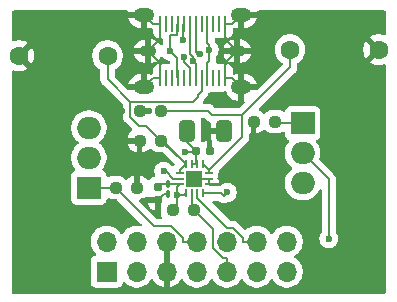
<source format=gbr>
%TF.GenerationSoftware,KiCad,Pcbnew,9.0.0-250-g02b756189b*%
%TF.CreationDate,2025-03-17T22:21:07-05:00*%
%TF.ProjectId,USB-Breakout,5553422d-4272-4656-916b-6f75742e6b69,rev?*%
%TF.SameCoordinates,Original*%
%TF.FileFunction,Copper,L1,Top*%
%TF.FilePolarity,Positive*%
%FSLAX46Y46*%
G04 Gerber Fmt 4.6, Leading zero omitted, Abs format (unit mm)*
G04 Created by KiCad (PCBNEW 9.0.0-250-g02b756189b) date 2025-03-17 22:21:07*
%MOMM*%
%LPD*%
G01*
G04 APERTURE LIST*
G04 Aperture macros list*
%AMRoundRect*
0 Rectangle with rounded corners*
0 $1 Rounding radius*
0 $2 $3 $4 $5 $6 $7 $8 $9 X,Y pos of 4 corners*
0 Add a 4 corners polygon primitive as box body*
4,1,4,$2,$3,$4,$5,$6,$7,$8,$9,$2,$3,0*
0 Add four circle primitives for the rounded corners*
1,1,$1+$1,$2,$3*
1,1,$1+$1,$4,$5*
1,1,$1+$1,$6,$7*
1,1,$1+$1,$8,$9*
0 Add four rect primitives between the rounded corners*
20,1,$1+$1,$2,$3,$4,$5,0*
20,1,$1+$1,$4,$5,$6,$7,0*
20,1,$1+$1,$6,$7,$8,$9,0*
20,1,$1+$1,$8,$9,$2,$3,0*%
G04 Aperture macros list end*
%TA.AperFunction,ComponentPad*%
%ADD10C,1.600000*%
%TD*%
%TA.AperFunction,SMDPad,CuDef*%
%ADD11RoundRect,0.237500X0.250000X0.237500X-0.250000X0.237500X-0.250000X-0.237500X0.250000X-0.237500X0*%
%TD*%
%TA.AperFunction,SMDPad,CuDef*%
%ADD12RoundRect,0.155000X-0.212500X-0.155000X0.212500X-0.155000X0.212500X0.155000X-0.212500X0.155000X0*%
%TD*%
%TA.AperFunction,SMDPad,CuDef*%
%ADD13R,0.250000X1.400000*%
%TD*%
%TA.AperFunction,ComponentPad*%
%ADD14O,1.750000X1.250000*%
%TD*%
%TA.AperFunction,ComponentPad*%
%ADD15O,1.400000X1.000000*%
%TD*%
%TA.AperFunction,SMDPad,CuDef*%
%ADD16RoundRect,0.250000X-0.412500X-0.650000X0.412500X-0.650000X0.412500X0.650000X-0.412500X0.650000X0*%
%TD*%
%TA.AperFunction,ComponentPad*%
%ADD17R,1.700000X1.700000*%
%TD*%
%TA.AperFunction,ComponentPad*%
%ADD18O,1.700000X1.700000*%
%TD*%
%TA.AperFunction,SMDPad,CuDef*%
%ADD19RoundRect,0.100000X-0.100000X0.217500X-0.100000X-0.217500X0.100000X-0.217500X0.100000X0.217500X0*%
%TD*%
%TA.AperFunction,SMDPad,CuDef*%
%ADD20RoundRect,0.237500X-0.250000X-0.237500X0.250000X-0.237500X0.250000X0.237500X-0.250000X0.237500X0*%
%TD*%
%TA.AperFunction,ComponentPad*%
%ADD21R,2.000000X1.905000*%
%TD*%
%TA.AperFunction,ComponentPad*%
%ADD22O,2.000000X1.905000*%
%TD*%
%TA.AperFunction,SMDPad,CuDef*%
%ADD23RoundRect,0.155000X-0.155000X0.212500X-0.155000X-0.212500X0.155000X-0.212500X0.155000X0.212500X0*%
%TD*%
%TA.AperFunction,SMDPad,CuDef*%
%ADD24RoundRect,0.062500X-0.275000X-0.062500X0.275000X-0.062500X0.275000X0.062500X-0.275000X0.062500X0*%
%TD*%
%TA.AperFunction,SMDPad,CuDef*%
%ADD25RoundRect,0.062500X-0.062500X-0.275000X0.062500X-0.275000X0.062500X0.275000X-0.062500X0.275000X0*%
%TD*%
%TA.AperFunction,HeatsinkPad*%
%ADD26R,1.450000X1.450000*%
%TD*%
%TA.AperFunction,ViaPad*%
%ADD27C,0.600000*%
%TD*%
%TA.AperFunction,Conductor*%
%ADD28C,0.200000*%
%TD*%
%TA.AperFunction,Conductor*%
%ADD29C,0.150000*%
%TD*%
G04 APERTURE END LIST*
D10*
%TO.P,C5,1*%
%TO.N,/CC1*%
X161049000Y-63246000D03*
%TO.P,C5,2*%
%TO.N,GND*%
X168549000Y-63246000D03*
%TD*%
%TO.P,C2,1*%
%TO.N,/CC2*%
X145600000Y-63754000D03*
%TO.P,C2,2*%
%TO.N,GND*%
X138100000Y-63754000D03*
%TD*%
D11*
%TO.P,R5,1*%
%TO.N,/CC1*%
X150137500Y-68453000D03*
%TO.P,R5,2*%
%TO.N,GND*%
X148312500Y-68453000D03*
%TD*%
%TO.P,R2,1*%
%TO.N,/5_EN*%
X159789500Y-69342000D03*
%TO.P,R2,2*%
%TO.N,GND*%
X157964500Y-69342000D03*
%TD*%
D12*
%TO.P,C3,1*%
%TO.N,+3.3V*%
X153102500Y-71828000D03*
%TO.P,C3,2*%
%TO.N,GND*%
X154237500Y-71828000D03*
%TD*%
D11*
%TO.P,R4,1*%
%TO.N,/CC2*%
X150137500Y-70963000D03*
%TO.P,R4,2*%
%TO.N,GND*%
X148312500Y-70963000D03*
%TD*%
D13*
%TO.P,J2,A1,GND_A*%
%TO.N,GND*%
X150066000Y-61073000D03*
%TO.P,J2,A2,TX1+*%
%TO.N,unconnected-(J2-TX1+-PadA2)*%
X150566000Y-61073000D03*
%TO.P,J2,A3,TX1-*%
%TO.N,unconnected-(J2-TX1--PadA3)*%
X151066000Y-61073000D03*
%TO.P,J2,A4,VBUS_A*%
%TO.N,VBUS*%
X151566000Y-61073000D03*
%TO.P,J2,A5,CC1*%
%TO.N,/CC1*%
X152066000Y-61073000D03*
%TO.P,J2,A6,D1+*%
%TO.N,/D+*%
X152566000Y-61073000D03*
%TO.P,J2,A7,D1-*%
%TO.N,/D-*%
X153066000Y-61073000D03*
%TO.P,J2,A8,SBU1*%
%TO.N,unconnected-(J2-SBU1-PadA8)*%
X153566000Y-61073000D03*
%TO.P,J2,A9,VBUS_A__1*%
%TO.N,VBUS*%
X154066000Y-61073000D03*
%TO.P,J2,A10,RX2-*%
%TO.N,unconnected-(J2-RX2--PadA10)*%
X154566000Y-61073000D03*
%TO.P,J2,A11,RX2+*%
%TO.N,unconnected-(J2-RX2+-PadA11)*%
X155066000Y-61073000D03*
%TO.P,J2,A12,GND_A__1*%
%TO.N,GND*%
X155566000Y-61073000D03*
%TO.P,J2,B1,GND_B*%
X155566000Y-65673000D03*
%TO.P,J2,B2,TX2+*%
%TO.N,unconnected-(J2-TX2+-PadB2)*%
X155066000Y-65673000D03*
%TO.P,J2,B3,TX2-*%
%TO.N,unconnected-(J2-TX2--PadB3)*%
X154566000Y-65673000D03*
%TO.P,J2,B4,VBUS_B*%
%TO.N,VBUS*%
X154066000Y-65673000D03*
%TO.P,J2,B5,CC2*%
%TO.N,/CC2*%
X153566000Y-65673000D03*
%TO.P,J2,B6,D2+*%
%TO.N,/D+*%
X153066000Y-65673000D03*
%TO.P,J2,B7,D2-*%
%TO.N,/D-*%
X152566000Y-65673000D03*
%TO.P,J2,B8,SBU2*%
%TO.N,unconnected-(J2-SBU2-PadB8)*%
X152066000Y-65673000D03*
%TO.P,J2,B9,VBUS_B__1*%
%TO.N,VBUS*%
X151566000Y-65673000D03*
%TO.P,J2,B10,RX1-*%
%TO.N,unconnected-(J2-RX1--PadB10)*%
X151066000Y-65673000D03*
%TO.P,J2,B11,RX1+*%
%TO.N,unconnected-(J2-RX1+-PadB11)*%
X150566000Y-65673000D03*
%TO.P,J2,B12,GND_B__1*%
%TO.N,GND*%
X150066000Y-65673000D03*
D14*
%TO.P,J2,SH1,SHIELD*%
X148716000Y-60303000D03*
%TO.P,J2,SH2,SHIELD__1*%
X156916000Y-60303000D03*
D15*
%TO.P,J2,SH3,SHIELD__2*%
X149041000Y-63373000D03*
%TO.P,J2,SH4,SHIELD__3*%
X156591000Y-63373000D03*
D14*
%TO.P,J2,SH5,SHIELD__4*%
X148716000Y-66443000D03*
%TO.P,J2,SH6,SHIELD__5*%
X156916000Y-66443000D03*
%TD*%
D16*
%TO.P,C1,1*%
%TO.N,+3.3V*%
X152361500Y-70104000D03*
%TO.P,C1,2*%
%TO.N,GND*%
X155486500Y-70104000D03*
%TD*%
D17*
%TO.P,J1,1,Pin_1*%
%TO.N,+5V*%
X145537000Y-82047000D03*
D18*
%TO.P,J1,2,Pin_2*%
%TO.N,+12V*%
X145537000Y-79507000D03*
%TO.P,J1,3,Pin_3*%
%TO.N,+5V*%
X148077000Y-82047000D03*
%TO.P,J1,4,Pin_4*%
%TO.N,+12V*%
X148077000Y-79507000D03*
%TO.P,J1,5,Pin_5*%
%TO.N,GND*%
X150617000Y-82047000D03*
%TO.P,J1,6,Pin_6*%
X150617000Y-79507000D03*
%TO.P,J1,7,Pin_7*%
%TO.N,/5_EN*%
X153157000Y-82047000D03*
%TO.P,J1,8,Pin_8*%
%TO.N,/12_EN*%
X153157000Y-79507000D03*
%TO.P,J1,9,Pin_9*%
%TO.N,/INT*%
X155697000Y-82047000D03*
%TO.P,J1,10,Pin_10*%
%TO.N,/SDA*%
X155697000Y-79507000D03*
%TO.P,J1,11,Pin_11*%
%TO.N,/D+*%
X158237000Y-82047000D03*
%TO.P,J1,12,Pin_12*%
%TO.N,/SCL*%
X158237000Y-79507000D03*
%TO.P,J1,13,Pin_13*%
%TO.N,/D-*%
X160777000Y-82047000D03*
%TO.P,J1,14,Pin_14*%
%TO.N,+3.3V*%
X160777000Y-79507000D03*
%TD*%
D19*
%TO.P,C4,1*%
%TO.N,+3.3V*%
X150749000Y-74649500D03*
%TO.P,C4,2*%
%TO.N,GND*%
X150749000Y-75464500D03*
%TD*%
D20*
%TO.P,R1,1*%
%TO.N,/12_EN*%
X146280500Y-74930000D03*
%TO.P,R1,2*%
%TO.N,GND*%
X148105500Y-74930000D03*
%TD*%
D21*
%TO.P,Q2,1,G*%
%TO.N,/5_EN*%
X162123000Y-69469000D03*
D22*
%TO.P,Q2,2,D*%
%TO.N,+5V*%
X162123000Y-72009000D03*
%TO.P,Q2,3,S*%
%TO.N,VBUS*%
X162123000Y-74549000D03*
%TD*%
D11*
%TO.P,R3,1*%
%TO.N,/INT*%
X152931500Y-76835000D03*
%TO.P,R3,2*%
%TO.N,+3.3V*%
X151106500Y-76835000D03*
%TD*%
D23*
%TO.P,C6,1*%
%TO.N,+3.3V*%
X149860000Y-74870500D03*
%TO.P,C6,2*%
%TO.N,GND*%
X149860000Y-76005500D03*
%TD*%
D21*
%TO.P,Q1,1,G*%
%TO.N,/12_EN*%
X144018000Y-74930000D03*
D22*
%TO.P,Q1,2,D*%
%TO.N,VBUS*%
X144018000Y-72390000D03*
%TO.P,Q1,3,S*%
%TO.N,+12V*%
X144018000Y-69850000D03*
%TD*%
D24*
%TO.P,U1,1,CC2*%
%TO.N,/CC2*%
X151699500Y-73668000D03*
%TO.P,U1,2,VBUS*%
%TO.N,VBUS*%
X151699500Y-74168000D03*
%TO.P,U1,3,VDD*%
%TO.N,+3.3V*%
X151699500Y-74668000D03*
D25*
%TO.P,U1,4,VDD*%
X152212000Y-75430500D03*
%TO.P,U1,5,INT_N*%
%TO.N,/INT*%
X152712000Y-75430500D03*
%TO.P,U1,6,SCL*%
%TO.N,/SCL*%
X153212000Y-75430500D03*
%TO.P,U1,7,SDA*%
%TO.N,/SDA*%
X153712000Y-75430500D03*
D24*
%TO.P,U1,8,GND*%
%TO.N,GND*%
X154224500Y-74668000D03*
%TO.P,U1,9,GND*%
X154224500Y-74168000D03*
%TO.P,U1,10,CC1*%
%TO.N,/CC1*%
X154224500Y-73668000D03*
D25*
%TO.P,U1,11,CC1*%
X153712000Y-72905500D03*
%TO.P,U1,12,VCONN*%
%TO.N,+3.3V*%
X153212000Y-72905500D03*
%TO.P,U1,13,VCONN*%
X152712000Y-72905500D03*
%TO.P,U1,14,CC2*%
%TO.N,/CC2*%
X152212000Y-72905500D03*
D26*
%TO.P,U1,15,GND*%
%TO.N,GND*%
X152962000Y-74168000D03*
%TD*%
D27*
%TO.N,+3.3V*%
X152146000Y-71882000D03*
X151511000Y-75565000D03*
%TO.N,GND*%
X153924000Y-69977000D03*
X146812000Y-68453000D03*
X148971000Y-73533000D03*
X149098000Y-68453000D03*
X148717000Y-76073000D03*
X149860000Y-77089000D03*
X155194000Y-73914000D03*
X146558000Y-73406000D03*
%TO.N,/CC1*%
X152015000Y-62434500D03*
%TO.N,+5V*%
X164338000Y-79248000D03*
%TO.N,/D+*%
X152861000Y-64181500D03*
%TO.N,/D-*%
X153463000Y-63580500D03*
X152068000Y-63899400D03*
%TO.N,/SDA*%
X155736000Y-75347200D03*
%TO.N,VBUS*%
X154221500Y-63246000D03*
X150876000Y-63373000D03*
X150368000Y-73533000D03*
%TD*%
D28*
%TO.N,+3.3V*%
X152146000Y-71882000D02*
X153048000Y-71882000D01*
X151511000Y-74856500D02*
X151700000Y-74668000D01*
X151511000Y-76194100D02*
X151511000Y-76430500D01*
X153102500Y-71828000D02*
X153102000Y-71828000D01*
X151178000Y-76763200D02*
X151106000Y-76835000D01*
X153102000Y-72905500D02*
X153212000Y-72905500D01*
X152917000Y-71642700D02*
X153102000Y-71828000D01*
X151511000Y-76430500D02*
X151511000Y-76194100D01*
X152362000Y-70595000D02*
X152362000Y-70349500D01*
X151106500Y-76835000D02*
X151511000Y-76430500D01*
X153048000Y-71882000D02*
X153102000Y-71828000D01*
X151511000Y-75565000D02*
X152078000Y-75565000D01*
X152362000Y-70349500D02*
X152361500Y-70349000D01*
X152362000Y-71087000D02*
X152732000Y-71457500D01*
X152362000Y-70349500D02*
X152362000Y-70595000D01*
X149860000Y-74870500D02*
X150081000Y-74649500D01*
X152712000Y-72905500D02*
X153102000Y-72905500D01*
X151700000Y-74668000D02*
X151699500Y-74668000D01*
X152732000Y-71457500D02*
X152917000Y-71642700D01*
X152362000Y-70595500D02*
X152362000Y-71087000D01*
X151699500Y-74668000D02*
X150768000Y-74668000D01*
X151511000Y-75565000D02*
X151511000Y-76194100D01*
X151511000Y-76430500D02*
X151178000Y-76763200D01*
X152917000Y-71642700D02*
X153102000Y-71828000D01*
X151106000Y-76835000D02*
X151178000Y-76763600D01*
X150768000Y-74668000D02*
X150749000Y-74649500D01*
X151178000Y-76763600D02*
X151178000Y-76763200D01*
X152362000Y-70595000D02*
X152362000Y-70595500D01*
X151511000Y-75565000D02*
X151511000Y-74856500D01*
X152732000Y-71457500D02*
X152917000Y-71642700D01*
X152362000Y-70595500D02*
X152362000Y-70595000D01*
X152361500Y-70349000D02*
X152361500Y-70104000D01*
X152078000Y-75565000D02*
X152212000Y-75430500D01*
X150081000Y-74649500D02*
X150749000Y-74649500D01*
X153102000Y-72905500D02*
X153102000Y-71828000D01*
%TO.N,GND*%
X155566000Y-61073000D02*
X156146000Y-61073000D01*
X154224500Y-74168000D02*
X152962000Y-74168000D01*
X150066000Y-62348000D02*
X149041000Y-63373000D01*
X155566000Y-61073000D02*
X155566000Y-62348000D01*
X150749000Y-75464500D02*
X150401000Y-75464500D01*
X155566000Y-64398000D02*
X156591000Y-63373000D01*
X150066000Y-65673000D02*
X149486000Y-65673000D01*
X150401000Y-75464500D02*
X149860000Y-76005500D01*
X156146000Y-65673000D02*
X156916000Y-66443000D01*
X150066000Y-61073000D02*
X150066000Y-62348000D01*
X149486000Y-61073000D02*
X148716000Y-60303000D01*
X156146000Y-61073000D02*
X156916000Y-60303000D01*
X155566000Y-65673000D02*
X155566000Y-64398000D01*
X155566000Y-62348000D02*
X156591000Y-63373000D01*
X150066000Y-61073000D02*
X149486000Y-61073000D01*
X149486000Y-65673000D02*
X148716000Y-66443000D01*
X150066000Y-64398000D02*
X149041000Y-63373000D01*
X150066000Y-65673000D02*
X150066000Y-64398000D01*
X155566000Y-65673000D02*
X156146000Y-65673000D01*
X154224500Y-74168000D02*
X154224500Y-74668000D01*
%TO.N,/CC2*%
X151457000Y-72282100D02*
X151589000Y-72282100D01*
X145600000Y-65758500D02*
X145600000Y-63754000D01*
X150138000Y-70963000D02*
X150137500Y-70963000D01*
X151700000Y-73668000D02*
X151700000Y-73543000D01*
X147517000Y-67675300D02*
X147517000Y-68936700D01*
X150138000Y-70963000D02*
X151457000Y-72282100D01*
X153247000Y-67103400D02*
X153247000Y-67241500D01*
X151700000Y-73543000D02*
X151700000Y-73418000D01*
X147517000Y-68936700D02*
X148288000Y-69708000D01*
X151700000Y-73418000D02*
X152212000Y-72905500D01*
X150138000Y-70963000D02*
X150270000Y-70963000D01*
X151589000Y-72282100D02*
X151589000Y-72282000D01*
X151700000Y-73543000D02*
X151699500Y-73543500D01*
X153566000Y-65673000D02*
X153566000Y-66784300D01*
X151589000Y-72282000D02*
X152212000Y-72905500D01*
X150270000Y-70963000D02*
X151589000Y-72282000D01*
X147517000Y-67675300D02*
X145600000Y-65758500D01*
X151699500Y-73543500D02*
X151699500Y-73668000D01*
X152813000Y-67675300D02*
X147517000Y-67675300D01*
X148288000Y-69708000D02*
X148882000Y-69708000D01*
X148882000Y-69708000D02*
X150138000Y-70963000D01*
X153566000Y-66784300D02*
X153247000Y-67103400D01*
X153247000Y-67241500D02*
X152813000Y-67675300D01*
%TO.N,/CC1*%
X150138000Y-68453000D02*
X154122000Y-68453000D01*
X156994000Y-70648000D02*
X154224000Y-73418000D01*
X156994000Y-68802900D02*
X156994000Y-70648000D01*
X153712000Y-72905500D02*
X153968000Y-73161700D01*
X161049000Y-64747700D02*
X161049000Y-63246000D01*
X154224000Y-73418000D02*
X154224000Y-73543000D01*
X154224500Y-73668000D02*
X154224500Y-73418400D01*
X153968000Y-73161700D02*
X154138700Y-73332600D01*
X154224500Y-73418400D02*
X154138700Y-73332600D01*
X154122000Y-68453000D02*
X154472000Y-68802900D01*
X150138000Y-68453000D02*
X150137500Y-68453000D01*
X152015000Y-62434500D02*
X152015000Y-61124000D01*
X156994000Y-68802900D02*
X161049000Y-64747700D01*
X154472000Y-68802900D02*
X156994000Y-68802900D01*
X152015000Y-61124000D02*
X152066000Y-61073000D01*
X154138700Y-73332600D02*
X154224000Y-73418000D01*
%TO.N,/SCL*%
X157085000Y-79219000D02*
X156222000Y-78355300D01*
X158237000Y-79507000D02*
X157085000Y-79507000D01*
X155744000Y-78355300D02*
X153212000Y-75823800D01*
X156222000Y-78355300D02*
X155744000Y-78355300D01*
X157085000Y-79507000D02*
X157085000Y-79219000D01*
X153212000Y-75823800D02*
X153212000Y-75430500D01*
%TO.N,+5V*%
X164338000Y-74224000D02*
X162123000Y-72009000D01*
X164338000Y-79248000D02*
X164338000Y-74224000D01*
%TO.N,/12_EN*%
X149578000Y-78227000D02*
X150994000Y-78227000D01*
X145149000Y-74930000D02*
X145714500Y-74930000D01*
X144018000Y-74930000D02*
X145149000Y-74930000D01*
X152005000Y-79507000D02*
X153157000Y-79507000D01*
X146280000Y-74930000D02*
X149578000Y-78227000D01*
X146280000Y-74930000D02*
X146280500Y-74930000D01*
X150994000Y-78227000D02*
X152005000Y-79238500D01*
X145149000Y-74930000D02*
X145714500Y-74930000D01*
X152005000Y-79238500D02*
X152005000Y-79507000D01*
X145714500Y-74930000D02*
X146280000Y-74930000D01*
X145714500Y-74930000D02*
X146280000Y-74930000D01*
%TO.N,/5_EN*%
X162123000Y-69469000D02*
X159916000Y-69469000D01*
X159789500Y-69342000D02*
X159853000Y-69405500D01*
X159916000Y-69469000D02*
X159853000Y-69405500D01*
%TO.N,/D+*%
X153066000Y-65673000D02*
X153066000Y-64386000D01*
X153066000Y-64386000D02*
X152861000Y-64181500D01*
X152615000Y-62172000D02*
X152566000Y-62123000D01*
X152861000Y-64181500D02*
X152861000Y-63898700D01*
X152615000Y-63652200D02*
X152615000Y-62172000D01*
X152566000Y-62123000D02*
X152566000Y-61073000D01*
X152861000Y-63898700D02*
X152615000Y-63652200D01*
%TO.N,/INT*%
X153738000Y-77641900D02*
X153335000Y-77238400D01*
X153738000Y-77641900D02*
X153335000Y-77238400D01*
X155409000Y-80895300D02*
X154545000Y-80031600D01*
X153335000Y-77238400D02*
X152932000Y-76835000D01*
X154545000Y-78448800D02*
X153738000Y-77641900D01*
X152932000Y-76835000D02*
X152712000Y-76615500D01*
X153335000Y-77238400D02*
X152932000Y-76835000D01*
X155697000Y-82047000D02*
X155697000Y-80895300D01*
X152931500Y-76835000D02*
X152932000Y-76835000D01*
X155697000Y-80895300D02*
X155409000Y-80895300D01*
X154545000Y-80031600D02*
X154545000Y-78448800D01*
X152712000Y-76615500D02*
X152712000Y-75430500D01*
%TO.N,/D-*%
X153066000Y-62123000D02*
X153066000Y-61073000D01*
X153180000Y-63580500D02*
X153065000Y-63465800D01*
X152566000Y-64809000D02*
X152566000Y-65673000D01*
X153065000Y-62124000D02*
X153066000Y-62123000D01*
X153065000Y-63465800D02*
X153065000Y-62124000D01*
X152068000Y-63899400D02*
X152068000Y-64311300D01*
X152068000Y-64311300D02*
X152566000Y-64809000D01*
X153463000Y-63580500D02*
X153180000Y-63580500D01*
%TO.N,/SDA*%
X153712000Y-75430500D02*
X155249000Y-75430500D01*
X155451000Y-75632400D02*
X155736000Y-75347200D01*
X155249000Y-75430500D02*
X155451000Y-75632400D01*
D29*
%TO.N,VBUS*%
X151566000Y-65673000D02*
X151492000Y-65599000D01*
X150876000Y-62049000D02*
X151467000Y-62049000D01*
X151492000Y-63989000D02*
X150876000Y-63373000D01*
X151492000Y-65599000D02*
X151492000Y-63989000D01*
D28*
X154066000Y-64393100D02*
X154221500Y-64237600D01*
X154221500Y-64237600D02*
X154221500Y-63246000D01*
X154221500Y-62882900D02*
X154066000Y-62727400D01*
X154066000Y-62727400D02*
X154066000Y-61073000D01*
X151154870Y-74168000D02*
X150519870Y-73533000D01*
X154066000Y-64393100D02*
X154066000Y-65673000D01*
X154221500Y-63246000D02*
X154221500Y-62882900D01*
X150519870Y-73533000D02*
X150368000Y-73533000D01*
X151699500Y-74168000D02*
X151154870Y-74168000D01*
D29*
X151467000Y-61172000D02*
X151566000Y-61073000D01*
X150876000Y-63373000D02*
X150876000Y-62049000D01*
X151467000Y-62049000D02*
X151467000Y-61172000D01*
%TD*%
%TA.AperFunction,Conductor*%
%TO.N,GND*%
G36*
X147306879Y-59956185D02*
G01*
X147352634Y-60008989D01*
X147357421Y-60042286D01*
X147366572Y-60053000D01*
X148119590Y-60053000D01*
X148069963Y-60138956D01*
X148041000Y-60247048D01*
X148041000Y-60358952D01*
X148069963Y-60467044D01*
X148119590Y-60553000D01*
X147366573Y-60553000D01*
X147368700Y-60566433D01*
X147368703Y-60566446D01*
X147423419Y-60734847D01*
X147423421Y-60734850D01*
X147503813Y-60892629D01*
X147607899Y-61035889D01*
X147733110Y-61161100D01*
X147876370Y-61265186D01*
X148034149Y-61345578D01*
X148034152Y-61345580D01*
X148202560Y-61400298D01*
X148377456Y-61428000D01*
X148466000Y-61428000D01*
X148466000Y-60728000D01*
X148966000Y-60728000D01*
X148966000Y-61428000D01*
X149054544Y-61428000D01*
X149229439Y-61400298D01*
X149278682Y-61384299D01*
X149348523Y-61382304D01*
X149408356Y-61418384D01*
X149439184Y-61481085D01*
X149441000Y-61502230D01*
X149441000Y-61820844D01*
X149447401Y-61880372D01*
X149447403Y-61880379D01*
X149497645Y-62015086D01*
X149497649Y-62015093D01*
X149583809Y-62130186D01*
X149685436Y-62206265D01*
X149808198Y-62257114D01*
X149833619Y-62266596D01*
X149833627Y-62266598D01*
X149893155Y-62272999D01*
X149893172Y-62273000D01*
X149941000Y-62273000D01*
X149941000Y-62271626D01*
X149952318Y-62233078D01*
X149953703Y-62222728D01*
X149956232Y-62219749D01*
X149960685Y-62204587D01*
X149992599Y-62176932D01*
X149998934Y-62169475D01*
X150002436Y-62168408D01*
X150013489Y-62158832D01*
X150052172Y-62153269D01*
X150065776Y-62149129D01*
X150070895Y-62150577D01*
X150082647Y-62148888D01*
X150120853Y-62164712D01*
X150133006Y-62168151D01*
X150136671Y-62171264D01*
X150139301Y-62172353D01*
X150141307Y-62173854D01*
X150144075Y-62177553D01*
X150159907Y-62190999D01*
X150269407Y-62314876D01*
X150299058Y-62378142D01*
X150300500Y-62397000D01*
X150300500Y-62749926D01*
X150280815Y-62816965D01*
X150228011Y-62862720D01*
X150158853Y-62872664D01*
X150095297Y-62843639D01*
X150073398Y-62818817D01*
X150017751Y-62735537D01*
X150017748Y-62735533D01*
X149878466Y-62596251D01*
X149878462Y-62596248D01*
X149714684Y-62486814D01*
X149714668Y-62486805D01*
X149576141Y-62429426D01*
X149576141Y-62429427D01*
X149532688Y-62411429D01*
X149532681Y-62411427D01*
X149339495Y-62373000D01*
X149291000Y-62373000D01*
X149291000Y-63075814D01*
X149280496Y-63073000D01*
X148801504Y-63073000D01*
X148791000Y-63075814D01*
X148791000Y-62373000D01*
X148742504Y-62373000D01*
X148549318Y-62411427D01*
X148549306Y-62411430D01*
X148367328Y-62486807D01*
X148367315Y-62486814D01*
X148203537Y-62596248D01*
X148203533Y-62596251D01*
X148064251Y-62735533D01*
X148064248Y-62735537D01*
X147954814Y-62899315D01*
X147954807Y-62899328D01*
X147879430Y-63081307D01*
X147879430Y-63081309D01*
X147871138Y-63123000D01*
X148674012Y-63123000D01*
X148656795Y-63132940D01*
X148600940Y-63188795D01*
X148561444Y-63257204D01*
X148541000Y-63333504D01*
X148541000Y-63412496D01*
X148561444Y-63488796D01*
X148600940Y-63557205D01*
X148656795Y-63613060D01*
X148674012Y-63623000D01*
X147871138Y-63623000D01*
X147879430Y-63664690D01*
X147879430Y-63664692D01*
X147954807Y-63846671D01*
X147954814Y-63846684D01*
X148064248Y-64010462D01*
X148064251Y-64010466D01*
X148203533Y-64149748D01*
X148203537Y-64149751D01*
X148367315Y-64259185D01*
X148367328Y-64259192D01*
X148549306Y-64334569D01*
X148549318Y-64334572D01*
X148742504Y-64372999D01*
X148742508Y-64373000D01*
X148791000Y-64373000D01*
X148791000Y-63670185D01*
X148801504Y-63673000D01*
X149280496Y-63673000D01*
X149291000Y-63670185D01*
X149291000Y-64373000D01*
X149339492Y-64373000D01*
X149339495Y-64372999D01*
X149532681Y-64334572D01*
X149532689Y-64334570D01*
X149576139Y-64316573D01*
X149576140Y-64316573D01*
X149714676Y-64259189D01*
X149714684Y-64259185D01*
X149878462Y-64149751D01*
X149878466Y-64149748D01*
X150017749Y-64010465D01*
X150079457Y-63918111D01*
X150133069Y-63873306D01*
X150202394Y-63864597D01*
X150265421Y-63894751D01*
X150270241Y-63899320D01*
X150365707Y-63994786D01*
X150365711Y-63994789D01*
X150496814Y-64082390D01*
X150496827Y-64082397D01*
X150642498Y-64142735D01*
X150642503Y-64142737D01*
X150797158Y-64173500D01*
X150797163Y-64173500D01*
X150803218Y-64174097D01*
X150803052Y-64175782D01*
X150810147Y-64174762D01*
X150834187Y-64185740D01*
X150859539Y-64193185D01*
X150865466Y-64200025D01*
X150873703Y-64203787D01*
X150887992Y-64226021D01*
X150905294Y-64245989D01*
X150907581Y-64256503D01*
X150911477Y-64262565D01*
X150916500Y-64297500D01*
X150916500Y-64353551D01*
X150896815Y-64420590D01*
X150844011Y-64466345D01*
X150779247Y-64476840D01*
X150738873Y-64472500D01*
X150738865Y-64472500D01*
X150393130Y-64472500D01*
X150393125Y-64472501D01*
X150348857Y-64477260D01*
X150333517Y-64478909D01*
X150333516Y-64478909D01*
X150326904Y-64479620D01*
X150300393Y-64479619D01*
X150238842Y-64473000D01*
X150191000Y-64473000D01*
X150190948Y-64473051D01*
X150189712Y-64477260D01*
X150190684Y-64481728D01*
X150179957Y-64510482D01*
X150171315Y-64539914D01*
X150167415Y-64544102D01*
X150166263Y-64547191D01*
X150141305Y-64572146D01*
X150139305Y-64573643D01*
X150073839Y-64598057D01*
X150005567Y-64583201D01*
X149956164Y-64533793D01*
X149941000Y-64474372D01*
X149941000Y-64473000D01*
X149893155Y-64473000D01*
X149833627Y-64479401D01*
X149833623Y-64479402D01*
X149808175Y-64488893D01*
X149685436Y-64539733D01*
X149583809Y-64615812D01*
X149497649Y-64730906D01*
X149497645Y-64730913D01*
X149447403Y-64865620D01*
X149447401Y-64865627D01*
X149441000Y-64925155D01*
X149441000Y-65243769D01*
X149421315Y-65310808D01*
X149368511Y-65356563D01*
X149299353Y-65366507D01*
X149278684Y-65361701D01*
X149229437Y-65345700D01*
X149054544Y-65318000D01*
X148966000Y-65318000D01*
X148966000Y-66018000D01*
X148466000Y-66018000D01*
X148466000Y-65318000D01*
X148377456Y-65318000D01*
X148202560Y-65345701D01*
X148034152Y-65400419D01*
X148034149Y-65400421D01*
X147876370Y-65480813D01*
X147733110Y-65584899D01*
X147607899Y-65710110D01*
X147503813Y-65853370D01*
X147423421Y-66011149D01*
X147423419Y-66011152D01*
X147368703Y-66179553D01*
X147368700Y-66179566D01*
X147366573Y-66193000D01*
X148119590Y-66193000D01*
X148069963Y-66278956D01*
X148041000Y-66387048D01*
X148041000Y-66498952D01*
X148069963Y-66607044D01*
X148119590Y-66693000D01*
X147435236Y-66693000D01*
X147368197Y-66673315D01*
X147347562Y-66656688D01*
X146236823Y-65546064D01*
X146203335Y-65484742D01*
X146200500Y-65458378D01*
X146200500Y-64983601D01*
X146220185Y-64916562D01*
X146268206Y-64873116D01*
X146281610Y-64866287D01*
X146447219Y-64745966D01*
X146591966Y-64601219D01*
X146591968Y-64601215D01*
X146591971Y-64601213D01*
X146650856Y-64520163D01*
X146712287Y-64435610D01*
X146805220Y-64253219D01*
X146868477Y-64058534D01*
X146900500Y-63856352D01*
X146900500Y-63651648D01*
X146900500Y-63651647D01*
X146893756Y-63609066D01*
X146868477Y-63449465D01*
X146830799Y-63333504D01*
X146805220Y-63254781D01*
X146805218Y-63254778D01*
X146805218Y-63254776D01*
X146783741Y-63212626D01*
X146755349Y-63156904D01*
X146712287Y-63072390D01*
X146680092Y-63028077D01*
X146591971Y-62906786D01*
X146447213Y-62762028D01*
X146281613Y-62641715D01*
X146281612Y-62641714D01*
X146281610Y-62641713D01*
X146192386Y-62596251D01*
X146099223Y-62548781D01*
X145904534Y-62485522D01*
X145718363Y-62456036D01*
X145702352Y-62453500D01*
X145497648Y-62453500D01*
X145481637Y-62456036D01*
X145295465Y-62485522D01*
X145100776Y-62548781D01*
X144918386Y-62641715D01*
X144752786Y-62762028D01*
X144608028Y-62906786D01*
X144487715Y-63072386D01*
X144394781Y-63254776D01*
X144331522Y-63449465D01*
X144299500Y-63651648D01*
X144299500Y-63856351D01*
X144331522Y-64058534D01*
X144394781Y-64253223D01*
X144436230Y-64334569D01*
X144475775Y-64412181D01*
X144487715Y-64435613D01*
X144608028Y-64601213D01*
X144608034Y-64601219D01*
X144752781Y-64745966D01*
X144918390Y-64866287D01*
X144931793Y-64873116D01*
X144982589Y-64921088D01*
X144999500Y-64983601D01*
X144999500Y-65679455D01*
X144999495Y-65679474D01*
X144999500Y-65767315D01*
X144999500Y-65837572D01*
X144999503Y-65837586D01*
X144999504Y-65837589D01*
X145014229Y-65892531D01*
X145017511Y-65904777D01*
X145017511Y-65904784D01*
X145017513Y-65904784D01*
X145040424Y-65990288D01*
X145040435Y-65990314D01*
X145079074Y-66057231D01*
X145079076Y-66057233D01*
X145105451Y-66102916D01*
X145119481Y-66127218D01*
X145119496Y-66127237D01*
X145166739Y-66174476D01*
X145166753Y-66174489D01*
X145166764Y-66174500D01*
X145231284Y-66239020D01*
X145236626Y-66244362D01*
X145236685Y-66244415D01*
X145858968Y-66866632D01*
X146880177Y-67887735D01*
X146913665Y-67949056D01*
X146916500Y-67975420D01*
X146916500Y-68933520D01*
X146916484Y-69015641D01*
X146916500Y-69015700D01*
X146916500Y-69015757D01*
X146935491Y-69086634D01*
X146935975Y-69088439D01*
X146935978Y-69088461D01*
X146935981Y-69088461D01*
X146935981Y-69088462D01*
X146952819Y-69151350D01*
X146957381Y-69168386D01*
X146957418Y-69168476D01*
X146997073Y-69237162D01*
X146997074Y-69237162D01*
X146997105Y-69237216D01*
X147036409Y-69305322D01*
X147036448Y-69305361D01*
X147036480Y-69305416D01*
X147094972Y-69363908D01*
X147094989Y-69363925D01*
X147659281Y-69928437D01*
X147692754Y-69989767D01*
X147687756Y-70059457D01*
X147645874Y-70115383D01*
X147636682Y-70121638D01*
X147601965Y-70143052D01*
X147601961Y-70143055D01*
X147480055Y-70264961D01*
X147480052Y-70264965D01*
X147389551Y-70411688D01*
X147389546Y-70411699D01*
X147335319Y-70575347D01*
X147325000Y-70676345D01*
X147325000Y-70713000D01*
X148188500Y-70713000D01*
X148255539Y-70732685D01*
X148301294Y-70785489D01*
X148312500Y-70837000D01*
X148312500Y-70963000D01*
X148438500Y-70963000D01*
X148505539Y-70982685D01*
X148551294Y-71035489D01*
X148562500Y-71087000D01*
X148562500Y-71937999D01*
X148611640Y-71937999D01*
X148611654Y-71937998D01*
X148712652Y-71927680D01*
X148876300Y-71873453D01*
X148876311Y-71873448D01*
X149023033Y-71782948D01*
X149136964Y-71669017D01*
X149198287Y-71635532D01*
X149267979Y-71640516D01*
X149312327Y-71669017D01*
X149426650Y-71783340D01*
X149573484Y-71873908D01*
X149737247Y-71928174D01*
X149838323Y-71938500D01*
X150212856Y-71938499D01*
X150279895Y-71958183D01*
X150300541Y-71974821D01*
X150875071Y-72549395D01*
X150976472Y-72650803D01*
X150976480Y-72650816D01*
X151048521Y-72722857D01*
X151048522Y-72722859D01*
X151088258Y-72762598D01*
X151088262Y-72762601D01*
X151088266Y-72762605D01*
X151088273Y-72762609D01*
X151088284Y-72762620D01*
X151164196Y-72806447D01*
X151164195Y-72806447D01*
X151164198Y-72806448D01*
X151213250Y-72834771D01*
X151261463Y-72885340D01*
X151274683Y-72953948D01*
X151248712Y-73018811D01*
X151238930Y-73029833D01*
X151219471Y-73049293D01*
X151219377Y-73049416D01*
X151214988Y-73055109D01*
X151214909Y-73055274D01*
X151214549Y-73055747D01*
X151213100Y-73054644D01*
X151195051Y-73071376D01*
X151170380Y-73094913D01*
X151169475Y-73095087D01*
X151168800Y-73095714D01*
X151135212Y-73101699D01*
X151101776Y-73108153D01*
X151100921Y-73107811D01*
X151100015Y-73107973D01*
X151068544Y-73094858D01*
X151036905Y-73082202D01*
X151036110Y-73081343D01*
X151035521Y-73081098D01*
X151034454Y-73079554D01*
X151010429Y-73053601D01*
X150989790Y-73022712D01*
X150989786Y-73022707D01*
X150878292Y-72911213D01*
X150878288Y-72911210D01*
X150747185Y-72823609D01*
X150747172Y-72823602D01*
X150601501Y-72763264D01*
X150601489Y-72763261D01*
X150446845Y-72732500D01*
X150446842Y-72732500D01*
X150289158Y-72732500D01*
X150289155Y-72732500D01*
X150134510Y-72763261D01*
X150134498Y-72763264D01*
X149988827Y-72823602D01*
X149988814Y-72823609D01*
X149857711Y-72911210D01*
X149857707Y-72911213D01*
X149746213Y-73022707D01*
X149746210Y-73022711D01*
X149658609Y-73153814D01*
X149658602Y-73153827D01*
X149598264Y-73299498D01*
X149598261Y-73299510D01*
X149567500Y-73454153D01*
X149567500Y-73611846D01*
X149598261Y-73766489D01*
X149598264Y-73766501D01*
X149633982Y-73852732D01*
X149641451Y-73922201D01*
X149610176Y-73984680D01*
X149554016Y-74019260D01*
X149442604Y-74051628D01*
X149442601Y-74051629D01*
X149300049Y-74135934D01*
X149300040Y-74135941D01*
X149182941Y-74253040D01*
X149182935Y-74253048D01*
X149173880Y-74268359D01*
X149122809Y-74316041D01*
X149054067Y-74328542D01*
X148989478Y-74301894D01*
X148961612Y-74270331D01*
X148937947Y-74231965D01*
X148937944Y-74231961D01*
X148816038Y-74110055D01*
X148816034Y-74110052D01*
X148669311Y-74019551D01*
X148669300Y-74019546D01*
X148505652Y-73965319D01*
X148404654Y-73955000D01*
X148355500Y-73955000D01*
X148355500Y-74806000D01*
X148335815Y-74873039D01*
X148283011Y-74918794D01*
X148231500Y-74930000D01*
X147979500Y-74930000D01*
X147912461Y-74910315D01*
X147866706Y-74857511D01*
X147855500Y-74806000D01*
X147855500Y-73955000D01*
X147855499Y-73954999D01*
X147806361Y-73955000D01*
X147806343Y-73955001D01*
X147705347Y-73965319D01*
X147541699Y-74019546D01*
X147541688Y-74019551D01*
X147394965Y-74110052D01*
X147281034Y-74223983D01*
X147219711Y-74257467D01*
X147150019Y-74252483D01*
X147105672Y-74223982D01*
X146991351Y-74109661D01*
X146991350Y-74109660D01*
X146853806Y-74024822D01*
X146844518Y-74019093D01*
X146844513Y-74019091D01*
X146830444Y-74014429D01*
X146680753Y-73964826D01*
X146680751Y-73964825D01*
X146579678Y-73954500D01*
X145981330Y-73954500D01*
X145981312Y-73954501D01*
X145880247Y-73964825D01*
X145716484Y-74019092D01*
X145716474Y-74019097D01*
X145707192Y-74024822D01*
X145639799Y-74043259D01*
X145573136Y-74022333D01*
X145528370Y-73968688D01*
X145518811Y-73932533D01*
X145518497Y-73929616D01*
X145512091Y-73870017D01*
X145503078Y-73845853D01*
X145461797Y-73735171D01*
X145461793Y-73735164D01*
X145375547Y-73619955D01*
X145375544Y-73619952D01*
X145260335Y-73533706D01*
X145260328Y-73533702D01*
X145232459Y-73523308D01*
X145176525Y-73481437D01*
X145152108Y-73415973D01*
X145166960Y-73347700D01*
X145175460Y-73334260D01*
X145308217Y-73151538D01*
X145412048Y-72947758D01*
X145471994Y-72763263D01*
X145482721Y-72730249D01*
X145482721Y-72730248D01*
X145482722Y-72730245D01*
X145518500Y-72504354D01*
X145518500Y-72275646D01*
X145482722Y-72049755D01*
X145482721Y-72049751D01*
X145482721Y-72049750D01*
X145412049Y-71832244D01*
X145386929Y-71782944D01*
X145308217Y-71628462D01*
X145173786Y-71443434D01*
X145012066Y-71281714D01*
X144984871Y-71261955D01*
X144967940Y-71249654D01*
X147325001Y-71249654D01*
X147335319Y-71350652D01*
X147389546Y-71514300D01*
X147389551Y-71514311D01*
X147480052Y-71661034D01*
X147480055Y-71661038D01*
X147601961Y-71782944D01*
X147601965Y-71782947D01*
X147748688Y-71873448D01*
X147748699Y-71873453D01*
X147912347Y-71927680D01*
X148013351Y-71937999D01*
X148062499Y-71937998D01*
X148062500Y-71937998D01*
X148062500Y-71213000D01*
X147325001Y-71213000D01*
X147325001Y-71249654D01*
X144967940Y-71249654D01*
X144927562Y-71220318D01*
X144884896Y-71164988D01*
X144878917Y-71095375D01*
X144911523Y-71033580D01*
X144927556Y-71019685D01*
X145012066Y-70958286D01*
X145173786Y-70796566D01*
X145308217Y-70611538D01*
X145412048Y-70407758D01*
X145441177Y-70318109D01*
X145482721Y-70190249D01*
X145482721Y-70190248D01*
X145482722Y-70190245D01*
X145518500Y-69964354D01*
X145518500Y-69735646D01*
X145482722Y-69509755D01*
X145482721Y-69509751D01*
X145482721Y-69509750D01*
X145412049Y-69292244D01*
X145373458Y-69216505D01*
X145308217Y-69088462D01*
X145173786Y-68903434D01*
X145012066Y-68741714D01*
X144827038Y-68607283D01*
X144623255Y-68503450D01*
X144405748Y-68432778D01*
X144236326Y-68405944D01*
X144179854Y-68397000D01*
X143856146Y-68397000D01*
X143780849Y-68408926D01*
X143630253Y-68432778D01*
X143630250Y-68432778D01*
X143412744Y-68503450D01*
X143208961Y-68607283D01*
X143130233Y-68664483D01*
X143023934Y-68741714D01*
X143023932Y-68741716D01*
X143023931Y-68741716D01*
X142862216Y-68903431D01*
X142862216Y-68903432D01*
X142862214Y-68903434D01*
X142825296Y-68954247D01*
X142727783Y-69088461D01*
X142623950Y-69292244D01*
X142553278Y-69509750D01*
X142553278Y-69509753D01*
X142534068Y-69631041D01*
X142517500Y-69735646D01*
X142517500Y-69964354D01*
X142531397Y-70052093D01*
X142553278Y-70190246D01*
X142553278Y-70190249D01*
X142623950Y-70407755D01*
X142685719Y-70528983D01*
X142727783Y-70611538D01*
X142862214Y-70796566D01*
X143023934Y-70958286D01*
X143057983Y-70983024D01*
X143108438Y-71019682D01*
X143151103Y-71075013D01*
X143157082Y-71144626D01*
X143124476Y-71206421D01*
X143108438Y-71220318D01*
X143023932Y-71281715D01*
X142862216Y-71443431D01*
X142862216Y-71443432D01*
X142862214Y-71443434D01*
X142856540Y-71451244D01*
X142727783Y-71628461D01*
X142623950Y-71832244D01*
X142553278Y-72049750D01*
X142553278Y-72049753D01*
X142545398Y-72099505D01*
X142517500Y-72275646D01*
X142517500Y-72504354D01*
X142527384Y-72566758D01*
X142553278Y-72730246D01*
X142553278Y-72730249D01*
X142623950Y-72947755D01*
X142705677Y-73108153D01*
X142727783Y-73151538D01*
X142860525Y-73334242D01*
X142884005Y-73400046D01*
X142868180Y-73468100D01*
X142818074Y-73516795D01*
X142803541Y-73523308D01*
X142775670Y-73533703D01*
X142775664Y-73533706D01*
X142660455Y-73619952D01*
X142660452Y-73619955D01*
X142574206Y-73735164D01*
X142574202Y-73735171D01*
X142523908Y-73870017D01*
X142517501Y-73929616D01*
X142517500Y-73929629D01*
X142517500Y-75930370D01*
X142517501Y-75930376D01*
X142523908Y-75989983D01*
X142574202Y-76124828D01*
X142574206Y-76124835D01*
X142660452Y-76240044D01*
X142660455Y-76240047D01*
X142775664Y-76326293D01*
X142775671Y-76326297D01*
X142910517Y-76376591D01*
X142910516Y-76376591D01*
X142917444Y-76377335D01*
X142970127Y-76383000D01*
X145065872Y-76382999D01*
X145125483Y-76376591D01*
X145260331Y-76326296D01*
X145375546Y-76240046D01*
X145461796Y-76124831D01*
X145512091Y-75989983D01*
X145518500Y-75930373D01*
X145518499Y-75930357D01*
X145518811Y-75927465D01*
X145545549Y-75862914D01*
X145602941Y-75823065D01*
X145672766Y-75820570D01*
X145707197Y-75835180D01*
X145716477Y-75840904D01*
X145716478Y-75840904D01*
X145716484Y-75840908D01*
X145880247Y-75895174D01*
X145981323Y-75905500D01*
X146355079Y-75905499D01*
X146422118Y-75925183D01*
X146442747Y-75941804D01*
X148477539Y-77975979D01*
X148511033Y-78037298D01*
X148506059Y-78106990D01*
X148464196Y-78162930D01*
X148398736Y-78187357D01*
X148370473Y-78186147D01*
X148223884Y-78162930D01*
X148183287Y-78156500D01*
X147970713Y-78156500D01*
X147930116Y-78162930D01*
X147760760Y-78189753D01*
X147558585Y-78255444D01*
X147369179Y-78351951D01*
X147197213Y-78476890D01*
X147046890Y-78627213D01*
X146921949Y-78799182D01*
X146917484Y-78807946D01*
X146869509Y-78858742D01*
X146801688Y-78875536D01*
X146735553Y-78852998D01*
X146696516Y-78807946D01*
X146692050Y-78799182D01*
X146567109Y-78627213D01*
X146416786Y-78476890D01*
X146244820Y-78351951D01*
X146055414Y-78255444D01*
X146055413Y-78255443D01*
X146055412Y-78255443D01*
X145853243Y-78189754D01*
X145853241Y-78189753D01*
X145853240Y-78189753D01*
X145683884Y-78162930D01*
X145643287Y-78156500D01*
X145430713Y-78156500D01*
X145390116Y-78162930D01*
X145220760Y-78189753D01*
X145018585Y-78255444D01*
X144829179Y-78351951D01*
X144657213Y-78476890D01*
X144506890Y-78627213D01*
X144381951Y-78799179D01*
X144285444Y-78988585D01*
X144219753Y-79190760D01*
X144218291Y-79199993D01*
X144186500Y-79400713D01*
X144186500Y-79613287D01*
X144196534Y-79676644D01*
X144209466Y-79758292D01*
X144219754Y-79823243D01*
X144282949Y-80017737D01*
X144285444Y-80025414D01*
X144381951Y-80214820D01*
X144506890Y-80386786D01*
X144620430Y-80500326D01*
X144653915Y-80561649D01*
X144648931Y-80631341D01*
X144607059Y-80687274D01*
X144576083Y-80704189D01*
X144444669Y-80753203D01*
X144444664Y-80753206D01*
X144329455Y-80839452D01*
X144329452Y-80839455D01*
X144243206Y-80954664D01*
X144243202Y-80954671D01*
X144192908Y-81089517D01*
X144186501Y-81149116D01*
X144186500Y-81149135D01*
X144186500Y-82944870D01*
X144186501Y-82944876D01*
X144192908Y-83004483D01*
X144243202Y-83139328D01*
X144243206Y-83139335D01*
X144329452Y-83254544D01*
X144329455Y-83254547D01*
X144444664Y-83340793D01*
X144444671Y-83340797D01*
X144579517Y-83391091D01*
X144579516Y-83391091D01*
X144586444Y-83391835D01*
X144639127Y-83397500D01*
X146434872Y-83397499D01*
X146494483Y-83391091D01*
X146629331Y-83340796D01*
X146744546Y-83254546D01*
X146830796Y-83139331D01*
X146879810Y-83007916D01*
X146921681Y-82951984D01*
X146987145Y-82927566D01*
X147055418Y-82942417D01*
X147083673Y-82963569D01*
X147197213Y-83077109D01*
X147369179Y-83202048D01*
X147369181Y-83202049D01*
X147369184Y-83202051D01*
X147558588Y-83298557D01*
X147760757Y-83364246D01*
X147970713Y-83397500D01*
X147970714Y-83397500D01*
X148183286Y-83397500D01*
X148183287Y-83397500D01*
X148393243Y-83364246D01*
X148595412Y-83298557D01*
X148784816Y-83202051D01*
X148871138Y-83139335D01*
X148956786Y-83077109D01*
X148956788Y-83077106D01*
X148956792Y-83077104D01*
X149107104Y-82926792D01*
X149107106Y-82926788D01*
X149107109Y-82926786D01*
X149232048Y-82754820D01*
X149232051Y-82754816D01*
X149236793Y-82745508D01*
X149284763Y-82694711D01*
X149352583Y-82677911D01*
X149418719Y-82700445D01*
X149457763Y-82745500D01*
X149462377Y-82754555D01*
X149587272Y-82926459D01*
X149587276Y-82926464D01*
X149737535Y-83076723D01*
X149737540Y-83076727D01*
X149909442Y-83201620D01*
X150098782Y-83298095D01*
X150300871Y-83363757D01*
X150367000Y-83374231D01*
X150367000Y-82480012D01*
X150424007Y-82512925D01*
X150551174Y-82547000D01*
X150682826Y-82547000D01*
X150809993Y-82512925D01*
X150867000Y-82480012D01*
X150867000Y-83374230D01*
X150933126Y-83363757D01*
X150933129Y-83363757D01*
X151135217Y-83298095D01*
X151324557Y-83201620D01*
X151496459Y-83076727D01*
X151496464Y-83076723D01*
X151646723Y-82926464D01*
X151646727Y-82926459D01*
X151771620Y-82754558D01*
X151776232Y-82745507D01*
X151824205Y-82694709D01*
X151892025Y-82677912D01*
X151958161Y-82700447D01*
X151997204Y-82745504D01*
X152001949Y-82754817D01*
X152126890Y-82926786D01*
X152277213Y-83077109D01*
X152449179Y-83202048D01*
X152449181Y-83202049D01*
X152449184Y-83202051D01*
X152638588Y-83298557D01*
X152840757Y-83364246D01*
X153050713Y-83397500D01*
X153050714Y-83397500D01*
X153263286Y-83397500D01*
X153263287Y-83397500D01*
X153473243Y-83364246D01*
X153675412Y-83298557D01*
X153864816Y-83202051D01*
X153951138Y-83139335D01*
X154036786Y-83077109D01*
X154036788Y-83077106D01*
X154036792Y-83077104D01*
X154187104Y-82926792D01*
X154187106Y-82926788D01*
X154187109Y-82926786D01*
X154312048Y-82754820D01*
X154312047Y-82754820D01*
X154312051Y-82754816D01*
X154316514Y-82746054D01*
X154364488Y-82695259D01*
X154432308Y-82678463D01*
X154498444Y-82700999D01*
X154537486Y-82746056D01*
X154541951Y-82754820D01*
X154666890Y-82926786D01*
X154817213Y-83077109D01*
X154989179Y-83202048D01*
X154989181Y-83202049D01*
X154989184Y-83202051D01*
X155178588Y-83298557D01*
X155380757Y-83364246D01*
X155590713Y-83397500D01*
X155590714Y-83397500D01*
X155803286Y-83397500D01*
X155803287Y-83397500D01*
X156013243Y-83364246D01*
X156215412Y-83298557D01*
X156404816Y-83202051D01*
X156491138Y-83139335D01*
X156576786Y-83077109D01*
X156576788Y-83077106D01*
X156576792Y-83077104D01*
X156727104Y-82926792D01*
X156727106Y-82926788D01*
X156727109Y-82926786D01*
X156852048Y-82754820D01*
X156852047Y-82754820D01*
X156852051Y-82754816D01*
X156856514Y-82746054D01*
X156904488Y-82695259D01*
X156972308Y-82678463D01*
X157038444Y-82700999D01*
X157077486Y-82746056D01*
X157081951Y-82754820D01*
X157206890Y-82926786D01*
X157357213Y-83077109D01*
X157529179Y-83202048D01*
X157529181Y-83202049D01*
X157529184Y-83202051D01*
X157718588Y-83298557D01*
X157920757Y-83364246D01*
X158130713Y-83397500D01*
X158130714Y-83397500D01*
X158343286Y-83397500D01*
X158343287Y-83397500D01*
X158553243Y-83364246D01*
X158755412Y-83298557D01*
X158944816Y-83202051D01*
X159031138Y-83139335D01*
X159116786Y-83077109D01*
X159116788Y-83077106D01*
X159116792Y-83077104D01*
X159267104Y-82926792D01*
X159267106Y-82926788D01*
X159267109Y-82926786D01*
X159392048Y-82754820D01*
X159392047Y-82754820D01*
X159392051Y-82754816D01*
X159396514Y-82746054D01*
X159444488Y-82695259D01*
X159512308Y-82678463D01*
X159578444Y-82700999D01*
X159617486Y-82746056D01*
X159621951Y-82754820D01*
X159746890Y-82926786D01*
X159897213Y-83077109D01*
X160069179Y-83202048D01*
X160069181Y-83202049D01*
X160069184Y-83202051D01*
X160258588Y-83298557D01*
X160460757Y-83364246D01*
X160670713Y-83397500D01*
X160670714Y-83397500D01*
X160883286Y-83397500D01*
X160883287Y-83397500D01*
X161093243Y-83364246D01*
X161295412Y-83298557D01*
X161484816Y-83202051D01*
X161571138Y-83139335D01*
X161656786Y-83077109D01*
X161656788Y-83077106D01*
X161656792Y-83077104D01*
X161807104Y-82926792D01*
X161807106Y-82926788D01*
X161807109Y-82926786D01*
X161932048Y-82754820D01*
X161932047Y-82754820D01*
X161932051Y-82754816D01*
X162028557Y-82565412D01*
X162094246Y-82363243D01*
X162127500Y-82153287D01*
X162127500Y-81940713D01*
X162094246Y-81730757D01*
X162028557Y-81528588D01*
X161932051Y-81339184D01*
X161932049Y-81339181D01*
X161932048Y-81339179D01*
X161807109Y-81167213D01*
X161656786Y-81016890D01*
X161484820Y-80891951D01*
X161484115Y-80891591D01*
X161476054Y-80887485D01*
X161425259Y-80839512D01*
X161408463Y-80771692D01*
X161430999Y-80705556D01*
X161476054Y-80666515D01*
X161484816Y-80662051D01*
X161574554Y-80596853D01*
X161656786Y-80537109D01*
X161656788Y-80537106D01*
X161656792Y-80537104D01*
X161807104Y-80386792D01*
X161807106Y-80386788D01*
X161807109Y-80386786D01*
X161932048Y-80214820D01*
X161932049Y-80214819D01*
X161932051Y-80214816D01*
X162028557Y-80025412D01*
X162094246Y-79823243D01*
X162127500Y-79613287D01*
X162127500Y-79400713D01*
X162094246Y-79190757D01*
X162028557Y-78988588D01*
X161932051Y-78799184D01*
X161932049Y-78799181D01*
X161932048Y-78799179D01*
X161807109Y-78627213D01*
X161656786Y-78476890D01*
X161484820Y-78351951D01*
X161295414Y-78255444D01*
X161295413Y-78255443D01*
X161295412Y-78255443D01*
X161093243Y-78189754D01*
X161093241Y-78189753D01*
X161093240Y-78189753D01*
X160923884Y-78162930D01*
X160883287Y-78156500D01*
X160670713Y-78156500D01*
X160630116Y-78162930D01*
X160460760Y-78189753D01*
X160258585Y-78255444D01*
X160069179Y-78351951D01*
X159897213Y-78476890D01*
X159746890Y-78627213D01*
X159621949Y-78799182D01*
X159617484Y-78807946D01*
X159569509Y-78858742D01*
X159501688Y-78875536D01*
X159435553Y-78852998D01*
X159396516Y-78807946D01*
X159392050Y-78799182D01*
X159267109Y-78627213D01*
X159116786Y-78476890D01*
X158944820Y-78351951D01*
X158755414Y-78255444D01*
X158755413Y-78255443D01*
X158755412Y-78255443D01*
X158553243Y-78189754D01*
X158553241Y-78189753D01*
X158553240Y-78189753D01*
X158383884Y-78162930D01*
X158343287Y-78156500D01*
X158130713Y-78156500D01*
X158090116Y-78162930D01*
X157920760Y-78189753D01*
X157718585Y-78255444D01*
X157529180Y-78351951D01*
X157357208Y-78476895D01*
X157355470Y-78478380D01*
X157354674Y-78478736D01*
X157353267Y-78479759D01*
X157353052Y-78479463D01*
X157291707Y-78506946D01*
X157222622Y-78496504D01*
X157187228Y-78471730D01*
X156872253Y-78156500D01*
X156708361Y-77992474D01*
X156702581Y-77986689D01*
X156702520Y-77986584D01*
X156646364Y-77930428D01*
X156646362Y-77930426D01*
X156646361Y-77930424D01*
X156590914Y-77874933D01*
X156590913Y-77874932D01*
X156590911Y-77874930D01*
X156590907Y-77874927D01*
X156590713Y-77874778D01*
X156522181Y-77835212D01*
X156522129Y-77835182D01*
X156454011Y-77795817D01*
X156453891Y-77795784D01*
X156453784Y-77795723D01*
X156453639Y-77795684D01*
X156377889Y-77775387D01*
X156377841Y-77775374D01*
X156301295Y-77754830D01*
X156301069Y-77754800D01*
X156301057Y-77754800D01*
X156223461Y-77754800D01*
X156223294Y-77754799D01*
X156143186Y-77754767D01*
X156143185Y-77754767D01*
X156135361Y-77754764D01*
X156134813Y-77754800D01*
X156044056Y-77754800D01*
X155977017Y-77735115D01*
X155956383Y-77718490D01*
X154480292Y-76242690D01*
X154446801Y-76181370D01*
X154451779Y-76111678D01*
X154493645Y-76055740D01*
X154559107Y-76031317D01*
X154567965Y-76031000D01*
X154949008Y-76031000D01*
X154977657Y-76039412D01*
X155006923Y-76045356D01*
X155012890Y-76049758D01*
X155016047Y-76050685D01*
X155035467Y-76066114D01*
X155036090Y-76066720D01*
X155082403Y-76113010D01*
X155082428Y-76113024D01*
X155082453Y-76113049D01*
X155085565Y-76114844D01*
X155085566Y-76114845D01*
X155097485Y-76121720D01*
X155153298Y-76153917D01*
X155153309Y-76153929D01*
X155153311Y-76153925D01*
X155219354Y-76192034D01*
X155219363Y-76192036D01*
X155219402Y-76192052D01*
X155219412Y-76192058D01*
X155295233Y-76212346D01*
X155370675Y-76232541D01*
X155371951Y-76232903D01*
X155372086Y-76232918D01*
X155372091Y-76232920D01*
X155372095Y-76232919D01*
X155372144Y-76232925D01*
X155372153Y-76232928D01*
X155372165Y-76232927D01*
X155372346Y-76232949D01*
X155373715Y-76232927D01*
X155451361Y-76232900D01*
X155530206Y-76232881D01*
X155530217Y-76232877D01*
X155530253Y-76232873D01*
X155530268Y-76232873D01*
X155607459Y-76212160D01*
X155682923Y-76191919D01*
X155682931Y-76191914D01*
X155682970Y-76191897D01*
X155682981Y-76191895D01*
X155720053Y-76170473D01*
X155730677Y-76164335D01*
X155792715Y-76147700D01*
X155814844Y-76147700D01*
X155814845Y-76147699D01*
X155969497Y-76116937D01*
X156115179Y-76056594D01*
X156246289Y-75968989D01*
X156357789Y-75857489D01*
X156445394Y-75726379D01*
X156505737Y-75580697D01*
X156536500Y-75426042D01*
X156536500Y-75268358D01*
X156536500Y-75268355D01*
X156536499Y-75268353D01*
X156505737Y-75113703D01*
X156486271Y-75066708D01*
X156445397Y-74968027D01*
X156445390Y-74968014D01*
X156357789Y-74836911D01*
X156357786Y-74836907D01*
X156246292Y-74725413D01*
X156246288Y-74725410D01*
X156115185Y-74637809D01*
X156115172Y-74637802D01*
X155969501Y-74577464D01*
X155969489Y-74577461D01*
X155814845Y-74546700D01*
X155814842Y-74546700D01*
X155657158Y-74546700D01*
X155657155Y-74546700D01*
X155502510Y-74577461D01*
X155502498Y-74577464D01*
X155356827Y-74637802D01*
X155356814Y-74637809D01*
X155228726Y-74723395D01*
X155228721Y-74723399D01*
X155225711Y-74725411D01*
X155195802Y-74755319D01*
X155195737Y-74755383D01*
X155194440Y-74756681D01*
X155133117Y-74790166D01*
X155106759Y-74793000D01*
X154348500Y-74793000D01*
X154281461Y-74773315D01*
X154235706Y-74720511D01*
X154224500Y-74669000D01*
X154224500Y-74667000D01*
X154244185Y-74599961D01*
X154296989Y-74554206D01*
X154348500Y-74543000D01*
X155058512Y-74543000D01*
X155058613Y-74542901D01*
X155047521Y-74458653D01*
X155045418Y-74450803D01*
X155048669Y-74449931D01*
X155042866Y-74395995D01*
X155045991Y-74385350D01*
X155045418Y-74385197D01*
X155047521Y-74377346D01*
X155058626Y-74293000D01*
X155028971Y-74293000D01*
X155015341Y-74288997D01*
X155001160Y-74289841D01*
X154982482Y-74279349D01*
X154961932Y-74273315D01*
X154952630Y-74262580D01*
X154940243Y-74255622D01*
X154930202Y-74236697D01*
X154916177Y-74220511D01*
X154914155Y-74206450D01*
X154907497Y-74193901D01*
X154909281Y-74172555D01*
X154906233Y-74151353D01*
X154912247Y-74137074D01*
X154913318Y-74124274D01*
X154930603Y-74093503D01*
X154932138Y-74091503D01*
X154988571Y-74050306D01*
X155030506Y-74043000D01*
X155058626Y-74043000D01*
X155047521Y-73958659D01*
X155045418Y-73950807D01*
X155049041Y-73949835D01*
X155042919Y-73897884D01*
X155046495Y-73885484D01*
X155045905Y-73885326D01*
X155048008Y-73877475D01*
X155048008Y-73877474D01*
X155048009Y-73877472D01*
X155062500Y-73767401D01*
X155062499Y-73568600D01*
X155057906Y-73533706D01*
X155054210Y-73505630D01*
X155064976Y-73436594D01*
X155089465Y-73401768D01*
X157474520Y-71016716D01*
X157553577Y-70879784D01*
X157594501Y-70727057D01*
X157594501Y-70568942D01*
X157594501Y-70561347D01*
X157594500Y-70561329D01*
X157594500Y-70440998D01*
X157614185Y-70373959D01*
X157666989Y-70328204D01*
X157713388Y-70318109D01*
X157714500Y-70316998D01*
X157714500Y-69466000D01*
X157734185Y-69398961D01*
X157786989Y-69353206D01*
X157838500Y-69342000D01*
X158090500Y-69342000D01*
X158157539Y-69361685D01*
X158203294Y-69414489D01*
X158214500Y-69466000D01*
X158214500Y-70316999D01*
X158263640Y-70316999D01*
X158263654Y-70316998D01*
X158364652Y-70306680D01*
X158528300Y-70252453D01*
X158528311Y-70252448D01*
X158675033Y-70161948D01*
X158788964Y-70048017D01*
X158850287Y-70014532D01*
X158919979Y-70019516D01*
X158964327Y-70048017D01*
X159078650Y-70162340D01*
X159225484Y-70252908D01*
X159389247Y-70307174D01*
X159490323Y-70317500D01*
X160088676Y-70317499D01*
X160088684Y-70317498D01*
X160088687Y-70317498D01*
X160144030Y-70311844D01*
X160189753Y-70307174D01*
X160353516Y-70252908D01*
X160433405Y-70203631D01*
X160500796Y-70185192D01*
X160567460Y-70206114D01*
X160612230Y-70259756D01*
X160622501Y-70309171D01*
X160622501Y-70469376D01*
X160628908Y-70528983D01*
X160679202Y-70663828D01*
X160679206Y-70663835D01*
X160765452Y-70779044D01*
X160765455Y-70779047D01*
X160880664Y-70865293D01*
X160880669Y-70865296D01*
X160908539Y-70875690D01*
X160964473Y-70917561D01*
X160988891Y-70983024D01*
X160974040Y-71051298D01*
X160965526Y-71064756D01*
X160963829Y-71067093D01*
X160832783Y-71247461D01*
X160728950Y-71451244D01*
X160658278Y-71668750D01*
X160658278Y-71668753D01*
X160622500Y-71894646D01*
X160622500Y-72123353D01*
X160658278Y-72349246D01*
X160658278Y-72349249D01*
X160728950Y-72566755D01*
X160808487Y-72722855D01*
X160832783Y-72770538D01*
X160967214Y-72955566D01*
X161128934Y-73117286D01*
X161179220Y-73153821D01*
X161213438Y-73178682D01*
X161256103Y-73234013D01*
X161262082Y-73303626D01*
X161229476Y-73365421D01*
X161213438Y-73379318D01*
X161128932Y-73440715D01*
X160967216Y-73602431D01*
X160967216Y-73602432D01*
X160967214Y-73602434D01*
X160909480Y-73681896D01*
X160832783Y-73787461D01*
X160728950Y-73991244D01*
X160658278Y-74208750D01*
X160658278Y-74208753D01*
X160631555Y-74377475D01*
X160622500Y-74434646D01*
X160622500Y-74663354D01*
X160623394Y-74669000D01*
X160658278Y-74889246D01*
X160658278Y-74889249D01*
X160728950Y-75106755D01*
X160811289Y-75268353D01*
X160832783Y-75310538D01*
X160967214Y-75495566D01*
X161128934Y-75657286D01*
X161313962Y-75791717D01*
X161467260Y-75869826D01*
X161517744Y-75895549D01*
X161735251Y-75966221D01*
X161735252Y-75966221D01*
X161735255Y-75966222D01*
X161961146Y-76002000D01*
X161961147Y-76002000D01*
X162284853Y-76002000D01*
X162284854Y-76002000D01*
X162510745Y-75966222D01*
X162510748Y-75966221D01*
X162510749Y-75966221D01*
X162728255Y-75895549D01*
X162728255Y-75895548D01*
X162728258Y-75895548D01*
X162932038Y-75791717D01*
X163117066Y-75657286D01*
X163278786Y-75495566D01*
X163413217Y-75310538D01*
X163503015Y-75134298D01*
X163550989Y-75083503D01*
X163618810Y-75066708D01*
X163684945Y-75089245D01*
X163728397Y-75143960D01*
X163737500Y-75190594D01*
X163737500Y-78668234D01*
X163717815Y-78735273D01*
X163716602Y-78737125D01*
X163628609Y-78868814D01*
X163628602Y-78868827D01*
X163568264Y-79014498D01*
X163568261Y-79014510D01*
X163537500Y-79169153D01*
X163537500Y-79326846D01*
X163568261Y-79481489D01*
X163568264Y-79481501D01*
X163628602Y-79627172D01*
X163628609Y-79627185D01*
X163716210Y-79758288D01*
X163716213Y-79758292D01*
X163827707Y-79869786D01*
X163827711Y-79869789D01*
X163958814Y-79957390D01*
X163958827Y-79957397D01*
X164078581Y-80007000D01*
X164104503Y-80017737D01*
X164259153Y-80048499D01*
X164259156Y-80048500D01*
X164259158Y-80048500D01*
X164416844Y-80048500D01*
X164416845Y-80048499D01*
X164571497Y-80017737D01*
X164717179Y-79957394D01*
X164848289Y-79869789D01*
X164959789Y-79758289D01*
X165047394Y-79627179D01*
X165107737Y-79481497D01*
X165138500Y-79326842D01*
X165138500Y-79169158D01*
X165138500Y-79169155D01*
X165138499Y-79169153D01*
X165126116Y-79106901D01*
X165107737Y-79014503D01*
X165097003Y-78988588D01*
X165047397Y-78868827D01*
X165047390Y-78868814D01*
X164959398Y-78737125D01*
X164938520Y-78670447D01*
X164938500Y-78668234D01*
X164938500Y-74313059D01*
X164938501Y-74313046D01*
X164938501Y-74144945D01*
X164938501Y-74144943D01*
X164897577Y-73992215D01*
X164897576Y-73992214D01*
X164897576Y-73992212D01*
X164897574Y-73992209D01*
X164861443Y-73929629D01*
X164861441Y-73929627D01*
X164818520Y-73855284D01*
X164706716Y-73743480D01*
X164706715Y-73743479D01*
X164702385Y-73739149D01*
X164702374Y-73739139D01*
X163573953Y-72610718D01*
X163540468Y-72549395D01*
X163543703Y-72484719D01*
X163587722Y-72349245D01*
X163623500Y-72123354D01*
X163623500Y-71894646D01*
X163587722Y-71668755D01*
X163587721Y-71668751D01*
X163587721Y-71668750D01*
X163517049Y-71451244D01*
X163465795Y-71350652D01*
X163413217Y-71247462D01*
X163280472Y-71064755D01*
X163256994Y-70998953D01*
X163272819Y-70930899D01*
X163322925Y-70882204D01*
X163337455Y-70875692D01*
X163365331Y-70865296D01*
X163480546Y-70779046D01*
X163566796Y-70663831D01*
X163617091Y-70528983D01*
X163623500Y-70469373D01*
X163623499Y-68468628D01*
X163617091Y-68409017D01*
X163605084Y-68376825D01*
X163566797Y-68274171D01*
X163566793Y-68274164D01*
X163480547Y-68158955D01*
X163480544Y-68158952D01*
X163365335Y-68072706D01*
X163365328Y-68072702D01*
X163230482Y-68022408D01*
X163230483Y-68022408D01*
X163170883Y-68016001D01*
X163170881Y-68016000D01*
X163170873Y-68016000D01*
X163170864Y-68016000D01*
X161075129Y-68016000D01*
X161075123Y-68016001D01*
X161015516Y-68022408D01*
X160880671Y-68072702D01*
X160880664Y-68072706D01*
X160765455Y-68158952D01*
X160765452Y-68158955D01*
X160679206Y-68274164D01*
X160679202Y-68274171D01*
X160628908Y-68409018D01*
X160628840Y-68409307D01*
X160628725Y-68409507D01*
X160626198Y-68416285D01*
X160625099Y-68415875D01*
X160594266Y-68470022D01*
X160532354Y-68502407D01*
X160462763Y-68496178D01*
X160443070Y-68486329D01*
X160383586Y-68449639D01*
X160353518Y-68431093D01*
X160353513Y-68431091D01*
X160352069Y-68430612D01*
X160189753Y-68376826D01*
X160189751Y-68376825D01*
X160088678Y-68366500D01*
X159490330Y-68366500D01*
X159490312Y-68366501D01*
X159389247Y-68376825D01*
X159225484Y-68431092D01*
X159225481Y-68431093D01*
X159078651Y-68521659D01*
X158964327Y-68635983D01*
X158903004Y-68669467D01*
X158833312Y-68664483D01*
X158788965Y-68635982D01*
X158675038Y-68522055D01*
X158675034Y-68522052D01*
X158528311Y-68431551D01*
X158528298Y-68431545D01*
X158483460Y-68416688D01*
X158426015Y-68376916D01*
X158399191Y-68312400D01*
X158411506Y-68243624D01*
X158434775Y-68211308D01*
X161453456Y-65192480D01*
X161520866Y-65125069D01*
X161523183Y-65123171D01*
X161528102Y-65117924D01*
X161529458Y-65116522D01*
X161529518Y-65116417D01*
X161529520Y-65116416D01*
X161529525Y-65116406D01*
X161529528Y-65116404D01*
X161554875Y-65072500D01*
X161608577Y-64979484D01*
X161608579Y-64979475D01*
X161608582Y-64979471D01*
X161627573Y-64908589D01*
X161649500Y-64826757D01*
X161649500Y-64826750D01*
X161649502Y-64826743D01*
X161649500Y-64729762D01*
X161649500Y-64475601D01*
X161669185Y-64408562D01*
X161717206Y-64365116D01*
X161730610Y-64358287D01*
X161896219Y-64237966D01*
X162040966Y-64093219D01*
X162040968Y-64093215D01*
X162040971Y-64093213D01*
X162112481Y-63994786D01*
X162161287Y-63927610D01*
X162254220Y-63745219D01*
X162317477Y-63550534D01*
X162349500Y-63348352D01*
X162349500Y-63143648D01*
X162331195Y-63028076D01*
X162317477Y-62941465D01*
X162255242Y-62749926D01*
X162254220Y-62746781D01*
X162254218Y-62746778D01*
X162254218Y-62746776D01*
X162217403Y-62674523D01*
X162161287Y-62564390D01*
X162150283Y-62549244D01*
X162040971Y-62398786D01*
X161896213Y-62254028D01*
X161730613Y-62133715D01*
X161730612Y-62133714D01*
X161730610Y-62133713D01*
X161673653Y-62104691D01*
X161548223Y-62040781D01*
X161353534Y-61977522D01*
X161178995Y-61949878D01*
X161151352Y-61945500D01*
X160946648Y-61945500D01*
X160922329Y-61949351D01*
X160744465Y-61977522D01*
X160549776Y-62040781D01*
X160367386Y-62133715D01*
X160201786Y-62254028D01*
X160057028Y-62398786D01*
X159936715Y-62564386D01*
X159843781Y-62746776D01*
X159780522Y-62941465D01*
X159748500Y-63143648D01*
X159748500Y-63348351D01*
X159780522Y-63550534D01*
X159843781Y-63745223D01*
X159875086Y-63806661D01*
X159936585Y-63927359D01*
X159936715Y-63927613D01*
X160057028Y-64093213D01*
X160057034Y-64093219D01*
X160201781Y-64237966D01*
X160367390Y-64358287D01*
X160367401Y-64358293D01*
X160370794Y-64360372D01*
X160417672Y-64412181D01*
X160429099Y-64481110D01*
X160401445Y-64545274D01*
X160393693Y-64553782D01*
X158290901Y-66656679D01*
X158229579Y-66690166D01*
X158203218Y-66693000D01*
X157512410Y-66693000D01*
X157562037Y-66607044D01*
X157591000Y-66498952D01*
X157591000Y-66387048D01*
X157562037Y-66278956D01*
X157512410Y-66193000D01*
X158265427Y-66193000D01*
X158263299Y-66179566D01*
X158263296Y-66179553D01*
X158208580Y-66011152D01*
X158208578Y-66011149D01*
X158128186Y-65853370D01*
X158024100Y-65710110D01*
X157898889Y-65584899D01*
X157755629Y-65480813D01*
X157597850Y-65400421D01*
X157597847Y-65400419D01*
X157429439Y-65345701D01*
X157254544Y-65318000D01*
X157166000Y-65318000D01*
X157166000Y-66018000D01*
X156666000Y-66018000D01*
X156666000Y-65318000D01*
X156577456Y-65318000D01*
X156402562Y-65345700D01*
X156353316Y-65361701D01*
X156283475Y-65363695D01*
X156223643Y-65327613D01*
X156192816Y-65264912D01*
X156191000Y-65243769D01*
X156191000Y-64925172D01*
X156190999Y-64925155D01*
X156184598Y-64865627D01*
X156184596Y-64865620D01*
X156134354Y-64730913D01*
X156134350Y-64730906D01*
X156048190Y-64615812D01*
X156048187Y-64615809D01*
X155946565Y-64539734D01*
X155823807Y-64488887D01*
X155798380Y-64479403D01*
X155798372Y-64479401D01*
X155738844Y-64473000D01*
X155691000Y-64473000D01*
X155691000Y-64474372D01*
X155687206Y-64487291D01*
X155688168Y-64500723D01*
X155677554Y-64520163D01*
X155671315Y-64541411D01*
X155661139Y-64550228D01*
X155654686Y-64562048D01*
X155635247Y-64572664D01*
X155618511Y-64587166D01*
X155605184Y-64589082D01*
X155593365Y-64595537D01*
X155571273Y-64593958D01*
X155549353Y-64597110D01*
X155535584Y-64591407D01*
X155523673Y-64590556D01*
X155492695Y-64573643D01*
X155490695Y-64572146D01*
X155448821Y-64516215D01*
X155441027Y-64473027D01*
X155441000Y-64473000D01*
X155393166Y-64473000D01*
X155331595Y-64479619D01*
X155305088Y-64479619D01*
X155293279Y-64478349D01*
X155238873Y-64472500D01*
X155238867Y-64472500D01*
X154941841Y-64472500D01*
X154874802Y-64452815D01*
X154829047Y-64400011D01*
X154819103Y-64330853D01*
X154821970Y-64316876D01*
X154822000Y-64316656D01*
X154822000Y-63825765D01*
X154841685Y-63758726D01*
X154842898Y-63756874D01*
X154930890Y-63625185D01*
X154930890Y-63625184D01*
X154930894Y-63625179D01*
X154991237Y-63479497D01*
X155022000Y-63324842D01*
X155022000Y-63167158D01*
X155022000Y-63167155D01*
X155021999Y-63167153D01*
X155017330Y-63143682D01*
X155013216Y-63123000D01*
X155421138Y-63123000D01*
X156224012Y-63123000D01*
X156206795Y-63132940D01*
X156150940Y-63188795D01*
X156111444Y-63257204D01*
X156091000Y-63333504D01*
X156091000Y-63412496D01*
X156111444Y-63488796D01*
X156150940Y-63557205D01*
X156206795Y-63613060D01*
X156224012Y-63623000D01*
X155421138Y-63623000D01*
X155429430Y-63664690D01*
X155429430Y-63664692D01*
X155504807Y-63846671D01*
X155504814Y-63846684D01*
X155614248Y-64010462D01*
X155614251Y-64010466D01*
X155753533Y-64149748D01*
X155753537Y-64149751D01*
X155917315Y-64259185D01*
X155917327Y-64259191D01*
X156055859Y-64316573D01*
X156099306Y-64334569D01*
X156099318Y-64334572D01*
X156292504Y-64372999D01*
X156292508Y-64373000D01*
X156341000Y-64373000D01*
X156341000Y-63670185D01*
X156351504Y-63673000D01*
X156830496Y-63673000D01*
X156841000Y-63670185D01*
X156841000Y-64373000D01*
X156889492Y-64373000D01*
X156889495Y-64372999D01*
X157082681Y-64334572D01*
X157082693Y-64334569D01*
X157264671Y-64259192D01*
X157264684Y-64259185D01*
X157428462Y-64149751D01*
X157428466Y-64149748D01*
X157567748Y-64010466D01*
X157567751Y-64010462D01*
X157677185Y-63846684D01*
X157677192Y-63846671D01*
X157752569Y-63664692D01*
X157752569Y-63664690D01*
X157760862Y-63623000D01*
X156957988Y-63623000D01*
X156975205Y-63613060D01*
X157031060Y-63557205D01*
X157070556Y-63488796D01*
X157091000Y-63412496D01*
X157091000Y-63333504D01*
X157070556Y-63257204D01*
X157031060Y-63188795D01*
X156975205Y-63132940D01*
X156957988Y-63123000D01*
X157760862Y-63123000D01*
X157752569Y-63081309D01*
X157752569Y-63081307D01*
X157677192Y-62899328D01*
X157677185Y-62899315D01*
X157567751Y-62735537D01*
X157567748Y-62735533D01*
X157428466Y-62596251D01*
X157428462Y-62596248D01*
X157264684Y-62486814D01*
X157264671Y-62486807D01*
X157082693Y-62411430D01*
X157082681Y-62411427D01*
X156889495Y-62373000D01*
X156841000Y-62373000D01*
X156841000Y-63075814D01*
X156830496Y-63073000D01*
X156351504Y-63073000D01*
X156341000Y-63075814D01*
X156341000Y-62373000D01*
X156292504Y-62373000D01*
X156099318Y-62411427D01*
X156099307Y-62411430D01*
X156055858Y-62429426D01*
X156055859Y-62429426D01*
X155917335Y-62486803D01*
X155917315Y-62486814D01*
X155753537Y-62596248D01*
X155753533Y-62596251D01*
X155614251Y-62735533D01*
X155614248Y-62735537D01*
X155504814Y-62899315D01*
X155504807Y-62899328D01*
X155429430Y-63081307D01*
X155429430Y-63081309D01*
X155421138Y-63123000D01*
X155013216Y-63123000D01*
X154991237Y-63012503D01*
X154961813Y-62941466D01*
X154930897Y-62866827D01*
X154930890Y-62866814D01*
X154843289Y-62735711D01*
X154843286Y-62735707D01*
X154812764Y-62705185D01*
X154791293Y-62676342D01*
X154784420Y-62663592D01*
X154781077Y-62651115D01*
X154731006Y-62564390D01*
X154702020Y-62514184D01*
X154697074Y-62507739D01*
X154698335Y-62506771D01*
X154688115Y-62488055D01*
X154671523Y-62462237D01*
X154670631Y-62456036D01*
X154669334Y-62453660D01*
X154666500Y-62427302D01*
X154666500Y-62392663D01*
X154686185Y-62325624D01*
X154738989Y-62279869D01*
X154777242Y-62269374D01*
X154798483Y-62267091D01*
X154798485Y-62267089D01*
X154802746Y-62266632D01*
X154829254Y-62266632D01*
X154833514Y-62267089D01*
X154833517Y-62267091D01*
X154893127Y-62273500D01*
X155238872Y-62273499D01*
X155298483Y-62267091D01*
X155298483Y-62267090D01*
X155305096Y-62266380D01*
X155331607Y-62266381D01*
X155393157Y-62272999D01*
X155393172Y-62273000D01*
X155441000Y-62273000D01*
X155441051Y-62272948D01*
X155442287Y-62268737D01*
X155441316Y-62264270D01*
X155452042Y-62235515D01*
X155460685Y-62206084D01*
X155464584Y-62201895D01*
X155465737Y-62198807D01*
X155490689Y-62173857D01*
X155492697Y-62172353D01*
X155558161Y-62147941D01*
X155626433Y-62162797D01*
X155675836Y-62212205D01*
X155691000Y-62271626D01*
X155691000Y-62273000D01*
X155738828Y-62273000D01*
X155738844Y-62272999D01*
X155798372Y-62266598D01*
X155798377Y-62266597D01*
X155823809Y-62257111D01*
X155946562Y-62206265D01*
X156048191Y-62130186D01*
X156134350Y-62015093D01*
X156134354Y-62015086D01*
X156184596Y-61880379D01*
X156184598Y-61880372D01*
X156190999Y-61820844D01*
X156191000Y-61820827D01*
X156191000Y-61502230D01*
X156210685Y-61435191D01*
X156263489Y-61389436D01*
X156332647Y-61379492D01*
X156353318Y-61384299D01*
X156402560Y-61400298D01*
X156577456Y-61428000D01*
X156666000Y-61428000D01*
X156666000Y-60728000D01*
X157166000Y-60728000D01*
X157166000Y-61428000D01*
X157254544Y-61428000D01*
X157429439Y-61400298D01*
X157597847Y-61345580D01*
X157597850Y-61345578D01*
X157755629Y-61265186D01*
X157898889Y-61161100D01*
X158024100Y-61035889D01*
X158128186Y-60892629D01*
X158208578Y-60734850D01*
X158208580Y-60734847D01*
X158263296Y-60566446D01*
X158263299Y-60566433D01*
X158265427Y-60553000D01*
X157512410Y-60553000D01*
X157562037Y-60467044D01*
X157591000Y-60358952D01*
X157591000Y-60247048D01*
X157562037Y-60138956D01*
X157512410Y-60053000D01*
X158265428Y-60053000D01*
X158274541Y-60042328D01*
X158278643Y-60010601D01*
X158323641Y-59957151D01*
X158390393Y-59936513D01*
X158392160Y-59936500D01*
X169028500Y-59936500D01*
X169095539Y-59956185D01*
X169141294Y-60008989D01*
X169152500Y-60060500D01*
X169152500Y-61904516D01*
X169132815Y-61971555D01*
X169080011Y-62017310D01*
X169010853Y-62027254D01*
X168990182Y-62022447D01*
X168853419Y-61978010D01*
X168651317Y-61946000D01*
X168446683Y-61946000D01*
X168244582Y-61978009D01*
X168049968Y-62041244D01*
X167867644Y-62134143D01*
X167823077Y-62166523D01*
X167823077Y-62166524D01*
X168502553Y-62846000D01*
X168496339Y-62846000D01*
X168394606Y-62873259D01*
X168303394Y-62925920D01*
X168228920Y-63000394D01*
X168176259Y-63091606D01*
X168149000Y-63193339D01*
X168149000Y-63199553D01*
X167469524Y-62520077D01*
X167469523Y-62520077D01*
X167437143Y-62564644D01*
X167344244Y-62746968D01*
X167281009Y-62941582D01*
X167249000Y-63143682D01*
X167249000Y-63348317D01*
X167281009Y-63550417D01*
X167344244Y-63745031D01*
X167437141Y-63927350D01*
X167437147Y-63927359D01*
X167469523Y-63971921D01*
X167469524Y-63971922D01*
X168149000Y-63292446D01*
X168149000Y-63298661D01*
X168176259Y-63400394D01*
X168228920Y-63491606D01*
X168303394Y-63566080D01*
X168394606Y-63618741D01*
X168496339Y-63646000D01*
X168502552Y-63646000D01*
X167823076Y-64325474D01*
X167867650Y-64357859D01*
X168049968Y-64450755D01*
X168244582Y-64513990D01*
X168446683Y-64546000D01*
X168651317Y-64546000D01*
X168853417Y-64513990D01*
X168990181Y-64469552D01*
X169060022Y-64467557D01*
X169119855Y-64503637D01*
X169150684Y-64566337D01*
X169152500Y-64587483D01*
X169152500Y-83811500D01*
X169132815Y-83878539D01*
X169080011Y-83924294D01*
X169028500Y-83935500D01*
X137657500Y-83935500D01*
X137590461Y-83915815D01*
X137544706Y-83863011D01*
X137533500Y-83811500D01*
X137533500Y-65107505D01*
X137553185Y-65040466D01*
X137605989Y-64994711D01*
X137675147Y-64984767D01*
X137695819Y-64989574D01*
X137795582Y-65021990D01*
X137997683Y-65054000D01*
X138202317Y-65054000D01*
X138404417Y-65021990D01*
X138599031Y-64958755D01*
X138781349Y-64865859D01*
X138825921Y-64833474D01*
X138146447Y-64154000D01*
X138152661Y-64154000D01*
X138254394Y-64126741D01*
X138345606Y-64074080D01*
X138420080Y-63999606D01*
X138472741Y-63908394D01*
X138500000Y-63806661D01*
X138500000Y-63800447D01*
X139179474Y-64479921D01*
X139211859Y-64435349D01*
X139304755Y-64253031D01*
X139367990Y-64058417D01*
X139400000Y-63856317D01*
X139400000Y-63651682D01*
X139367990Y-63449582D01*
X139304755Y-63254968D01*
X139211859Y-63072650D01*
X139179474Y-63028077D01*
X139179474Y-63028076D01*
X138500000Y-63707551D01*
X138500000Y-63701339D01*
X138472741Y-63599606D01*
X138420080Y-63508394D01*
X138345606Y-63433920D01*
X138254394Y-63381259D01*
X138152661Y-63354000D01*
X138146446Y-63354000D01*
X138825922Y-62674524D01*
X138825921Y-62674523D01*
X138781359Y-62642147D01*
X138781350Y-62642141D01*
X138599031Y-62549244D01*
X138404417Y-62486009D01*
X138202317Y-62454000D01*
X137997683Y-62454000D01*
X137795581Y-62486010D01*
X137795578Y-62486010D01*
X137695818Y-62518425D01*
X137625977Y-62520420D01*
X137566144Y-62484340D01*
X137535316Y-62421639D01*
X137533500Y-62400494D01*
X137533500Y-60060500D01*
X137553185Y-59993461D01*
X137605989Y-59947706D01*
X137657500Y-59936500D01*
X147239840Y-59936500D01*
X147306879Y-59956185D01*
G37*
%TD.AperFunction*%
%TA.AperFunction,Conductor*%
G36*
X150867000Y-81613988D02*
G01*
X150809993Y-81581075D01*
X150682826Y-81547000D01*
X150551174Y-81547000D01*
X150424007Y-81581075D01*
X150367000Y-81613988D01*
X150367000Y-79940012D01*
X150424007Y-79972925D01*
X150551174Y-80007000D01*
X150682826Y-80007000D01*
X150809993Y-79972925D01*
X150867000Y-79940012D01*
X150867000Y-81613988D01*
G37*
%TD.AperFunction*%
%TA.AperFunction,Conductor*%
G36*
X148973573Y-75694921D02*
G01*
X149017922Y-75723422D01*
X149050000Y-75755500D01*
X149736000Y-75755500D01*
X149803039Y-75775185D01*
X149848794Y-75827989D01*
X149860000Y-75879500D01*
X149860000Y-76005500D01*
X149986000Y-76005500D01*
X150053039Y-76025185D01*
X150098794Y-76077989D01*
X150110000Y-76129500D01*
X150110000Y-76894144D01*
X150114539Y-76901733D01*
X150118500Y-76932822D01*
X150118500Y-77121668D01*
X150118501Y-77121687D01*
X150128825Y-77222752D01*
X150165109Y-77332249D01*
X150183092Y-77386516D01*
X150214480Y-77437404D01*
X150232920Y-77504795D01*
X150211998Y-77571459D01*
X150158356Y-77616229D01*
X150108941Y-77626500D01*
X149878034Y-77626500D01*
X149810995Y-77606815D01*
X149790366Y-77590195D01*
X148491610Y-76291833D01*
X148483932Y-76284157D01*
X149050000Y-76284157D01*
X149052921Y-76321277D01*
X149052922Y-76321283D01*
X149099091Y-76480194D01*
X149099092Y-76480197D01*
X149183333Y-76622642D01*
X149183339Y-76622650D01*
X149300349Y-76739660D01*
X149300357Y-76739666D01*
X149442802Y-76823907D01*
X149442805Y-76823909D01*
X149601717Y-76870077D01*
X149601724Y-76870079D01*
X149609998Y-76870729D01*
X149610000Y-76870728D01*
X149610000Y-76255500D01*
X149050000Y-76255500D01*
X149050000Y-76284157D01*
X148483932Y-76284157D01*
X148316418Y-76116694D01*
X148282924Y-76055375D01*
X148287898Y-75985683D01*
X148329761Y-75929743D01*
X148395221Y-75905316D01*
X148404086Y-75904999D01*
X148404640Y-75904999D01*
X148404654Y-75904998D01*
X148505652Y-75894680D01*
X148669300Y-75840453D01*
X148669311Y-75840448D01*
X148816033Y-75749948D01*
X148842558Y-75723423D01*
X148903881Y-75689937D01*
X148973573Y-75694921D01*
G37*
%TD.AperFunction*%
%TA.AperFunction,Conductor*%
G36*
X152994514Y-73727501D02*
G01*
X152994674Y-73726905D01*
X153002524Y-73729008D01*
X153002526Y-73729008D01*
X153002528Y-73729009D01*
X153112599Y-73743500D01*
X153274607Y-73743499D01*
X153306095Y-73752744D01*
X153337894Y-73760865D01*
X153339451Y-73762538D01*
X153341647Y-73763183D01*
X153363141Y-73787988D01*
X153385498Y-73812007D01*
X153386343Y-73814765D01*
X153387402Y-73815987D01*
X153396640Y-73845497D01*
X153397165Y-73848410D01*
X153400991Y-73877472D01*
X153403494Y-73883517D01*
X153405863Y-73896651D01*
X153403490Y-73918690D01*
X153405849Y-73940737D01*
X153403014Y-73950653D01*
X153403582Y-73950806D01*
X153401478Y-73958658D01*
X153390373Y-74043000D01*
X153418494Y-74043000D01*
X153422145Y-74044072D01*
X153425854Y-74043219D01*
X153455403Y-74053837D01*
X153485533Y-74062685D01*
X153489066Y-74065934D01*
X153491607Y-74066848D01*
X153516862Y-74091503D01*
X153518397Y-74093503D01*
X153543598Y-74158669D01*
X153529567Y-74227116D01*
X153480759Y-74277111D01*
X153420029Y-74293000D01*
X153390374Y-74293000D01*
X153401478Y-74377340D01*
X153403582Y-74385193D01*
X153400372Y-74386053D01*
X153406183Y-74439733D01*
X153397193Y-74490233D01*
X153382825Y-74519103D01*
X153369783Y-74548584D01*
X153367357Y-74550183D01*
X153366063Y-74552785D01*
X153338373Y-74569300D01*
X153311458Y-74587054D01*
X153307654Y-74587623D01*
X153306057Y-74588577D01*
X153302162Y-74588446D01*
X153275113Y-74592500D01*
X153112596Y-74592500D01*
X153002531Y-74606989D01*
X152994678Y-74609094D01*
X152993802Y-74605824D01*
X152939853Y-74611567D01*
X152929477Y-74608518D01*
X152929323Y-74609095D01*
X152921470Y-74606990D01*
X152811402Y-74592500D01*
X152649391Y-74592500D01*
X152617741Y-74583206D01*
X152585794Y-74574949D01*
X152584366Y-74573406D01*
X152582352Y-74572815D01*
X152560761Y-74547898D01*
X152538339Y-74523668D01*
X152537564Y-74521127D01*
X152536597Y-74520011D01*
X152527295Y-74490146D01*
X152526814Y-74487434D01*
X152523009Y-74458528D01*
X152520702Y-74452959D01*
X152518342Y-74439646D01*
X152520751Y-74417862D01*
X152518392Y-74396075D01*
X152521501Y-74385485D01*
X152520905Y-74385326D01*
X152523008Y-74377475D01*
X152523008Y-74377474D01*
X152523009Y-74377472D01*
X152537500Y-74267401D01*
X152537499Y-74068600D01*
X152537268Y-74066848D01*
X152530982Y-74019092D01*
X152523009Y-73958528D01*
X152523008Y-73958525D01*
X152520905Y-73950674D01*
X152524189Y-73949793D01*
X152518342Y-73896354D01*
X152520702Y-73883040D01*
X152523009Y-73877472D01*
X152526815Y-73848555D01*
X152527295Y-73845853D01*
X152541659Y-73816937D01*
X152554717Y-73787419D01*
X152557106Y-73785842D01*
X152558380Y-73783279D01*
X152586096Y-73766720D01*
X152613041Y-73748947D01*
X152616785Y-73748385D01*
X152618360Y-73747445D01*
X152622221Y-73747571D01*
X152649385Y-73743499D01*
X152811400Y-73743499D01*
X152811402Y-73743499D01*
X152844520Y-73739139D01*
X152921472Y-73729009D01*
X152921475Y-73729007D01*
X152929326Y-73726905D01*
X152930210Y-73730207D01*
X152983925Y-73724392D01*
X152994514Y-73727501D01*
G37*
%TD.AperFunction*%
%TA.AperFunction,Conductor*%
G36*
X153889001Y-69073185D02*
G01*
X153909631Y-69089806D01*
X153945825Y-69125989D01*
X154044323Y-69224459D01*
X154103284Y-69283420D01*
X154103324Y-69283443D01*
X154103353Y-69283472D01*
X154170588Y-69322277D01*
X154232540Y-69358045D01*
X154240240Y-69362491D01*
X154240982Y-69362797D01*
X154247979Y-69365733D01*
X154302180Y-69409824D01*
X154323940Y-69476219D01*
X154324000Y-69480075D01*
X154324000Y-69854000D01*
X155362500Y-69854000D01*
X155429539Y-69873685D01*
X155475294Y-69926489D01*
X155486500Y-69978000D01*
X155486500Y-70230000D01*
X155466815Y-70297039D01*
X155414011Y-70342794D01*
X155362500Y-70354000D01*
X154324001Y-70354000D01*
X154324001Y-70803986D01*
X154332584Y-70888000D01*
X154363500Y-70888000D01*
X154430539Y-70907685D01*
X154476294Y-70960489D01*
X154487500Y-71012000D01*
X154487500Y-71704000D01*
X154467815Y-71771039D01*
X154415011Y-71816794D01*
X154363500Y-71828000D01*
X154111500Y-71828000D01*
X154044461Y-71808315D01*
X153998706Y-71755511D01*
X153987500Y-71704000D01*
X153987500Y-71018000D01*
X153958842Y-71018000D01*
X153921722Y-71020921D01*
X153921716Y-71020922D01*
X153762804Y-71067091D01*
X153762800Y-71067093D01*
X153733609Y-71084356D01*
X153721535Y-71087418D01*
X153711416Y-71094673D01*
X153688311Y-71095846D01*
X153665884Y-71101536D01*
X153652385Y-71097671D01*
X153641637Y-71098218D01*
X153611020Y-71085831D01*
X153608829Y-71085204D01*
X153608104Y-71084788D01*
X153577400Y-71066630D01*
X153575416Y-71066053D01*
X153567372Y-71061443D01*
X153547800Y-71041046D01*
X153526072Y-71022963D01*
X153523929Y-71016169D01*
X153518997Y-71011029D01*
X153513558Y-70983284D01*
X153505058Y-70956328D01*
X153506459Y-70947061D01*
X153505558Y-70942464D01*
X153508137Y-70935962D01*
X153511328Y-70914857D01*
X153513999Y-70906797D01*
X153524500Y-70804009D01*
X153524499Y-69403992D01*
X153518166Y-69342000D01*
X153513999Y-69301203D01*
X153508652Y-69285066D01*
X153485931Y-69216502D01*
X153484952Y-69188039D01*
X153480900Y-69159853D01*
X153483767Y-69153574D01*
X153483530Y-69146677D01*
X153498093Y-69122203D01*
X153509925Y-69096297D01*
X153515731Y-69092565D01*
X153519261Y-69086634D01*
X153544747Y-69073917D01*
X153568703Y-69058523D01*
X153578397Y-69057129D01*
X153581781Y-69055441D01*
X153603638Y-69053500D01*
X153821962Y-69053500D01*
X153889001Y-69073185D01*
G37*
%TD.AperFunction*%
%TA.AperFunction,Conductor*%
G36*
X155626433Y-66762797D02*
G01*
X155675836Y-66812205D01*
X155691000Y-66871626D01*
X155691000Y-66964300D01*
X155683160Y-66992097D01*
X155703809Y-67032622D01*
X155807900Y-67175889D01*
X155807900Y-67175890D01*
X155933110Y-67301100D01*
X156076370Y-67405186D01*
X156234149Y-67485578D01*
X156234152Y-67485580D01*
X156402560Y-67540298D01*
X156577456Y-67568000D01*
X156666000Y-67568000D01*
X156666000Y-66868000D01*
X157166000Y-66868000D01*
X157166000Y-67568000D01*
X157185135Y-67587135D01*
X157218620Y-67648458D01*
X157213636Y-67718150D01*
X157185138Y-67762495D01*
X156781576Y-68166079D01*
X156720253Y-68199565D01*
X156693892Y-68202400D01*
X154772038Y-68202400D01*
X154742609Y-68193758D01*
X154712627Y-68187241D01*
X154707599Y-68183478D01*
X154704999Y-68182715D01*
X154684383Y-68166104D01*
X154684369Y-68166094D01*
X154549676Y-68031440D01*
X154549673Y-68031435D01*
X154549663Y-68031427D01*
X154490717Y-67972481D01*
X154490652Y-67972431D01*
X154423411Y-67933622D01*
X154423413Y-67933617D01*
X154423395Y-67933613D01*
X154406838Y-67924054D01*
X154353784Y-67893423D01*
X154353783Y-67893422D01*
X154353782Y-67893422D01*
X154353704Y-67893389D01*
X154273785Y-67871987D01*
X154273785Y-67871986D01*
X154269828Y-67870926D01*
X154201057Y-67852500D01*
X154201017Y-67852500D01*
X154200972Y-67852488D01*
X154200946Y-67852488D01*
X154118477Y-67852500D01*
X153784608Y-67852500D01*
X153763346Y-67846256D01*
X153741247Y-67844671D01*
X153730477Y-67836605D01*
X153717569Y-67832815D01*
X153703060Y-67816071D01*
X153685323Y-67802787D01*
X153680623Y-67790177D01*
X153671814Y-67780011D01*
X153668660Y-67758080D01*
X153660922Y-67737317D01*
X153663784Y-67724171D01*
X153661870Y-67710853D01*
X153671075Y-67690696D01*
X153675790Y-67669047D01*
X153689042Y-67651352D01*
X153690895Y-67647297D01*
X153696948Y-67640798D01*
X153727434Y-67610327D01*
X153727435Y-67610324D01*
X153727444Y-67610316D01*
X153727510Y-67610229D01*
X153727514Y-67610221D01*
X153727520Y-67610216D01*
X153767769Y-67540500D01*
X153806523Y-67473414D01*
X153806523Y-67473411D01*
X153806528Y-67473404D01*
X153806573Y-67473294D01*
X153806574Y-67473288D01*
X153806577Y-67473284D01*
X153826960Y-67397210D01*
X153827353Y-67395743D01*
X153859440Y-67340134D01*
X153986393Y-67213142D01*
X154046520Y-67153016D01*
X154046522Y-67153012D01*
X154046575Y-67152941D01*
X154046577Y-67152940D01*
X154046578Y-67152936D01*
X154046584Y-67152930D01*
X154046667Y-67152782D01*
X154084495Y-67087240D01*
X154125577Y-67016084D01*
X154125579Y-67016076D01*
X154125582Y-67016071D01*
X154125611Y-67016001D01*
X154125611Y-67015999D01*
X154125613Y-67015997D01*
X154139554Y-66963938D01*
X154175910Y-66904272D01*
X154238752Y-66873734D01*
X154246065Y-66872725D01*
X154298483Y-66867091D01*
X154298486Y-66867089D01*
X154302744Y-66866632D01*
X154329254Y-66866632D01*
X154333514Y-66867089D01*
X154333517Y-66867091D01*
X154393127Y-66873500D01*
X154738872Y-66873499D01*
X154798483Y-66867091D01*
X154798486Y-66867089D01*
X154802744Y-66866632D01*
X154829254Y-66866632D01*
X154833514Y-66867089D01*
X154833517Y-66867091D01*
X154893127Y-66873500D01*
X155238872Y-66873499D01*
X155298483Y-66867091D01*
X155298483Y-66867090D01*
X155305096Y-66866380D01*
X155331607Y-66866381D01*
X155393157Y-66872999D01*
X155393172Y-66873000D01*
X155441000Y-66873000D01*
X155441051Y-66872948D01*
X155442287Y-66868737D01*
X155441316Y-66864270D01*
X155452042Y-66835515D01*
X155460685Y-66806084D01*
X155464584Y-66801895D01*
X155465737Y-66798807D01*
X155490689Y-66773857D01*
X155492697Y-66772353D01*
X155558161Y-66747941D01*
X155626433Y-66762797D01*
G37*
%TD.AperFunction*%
%TD*%
M02*

</source>
